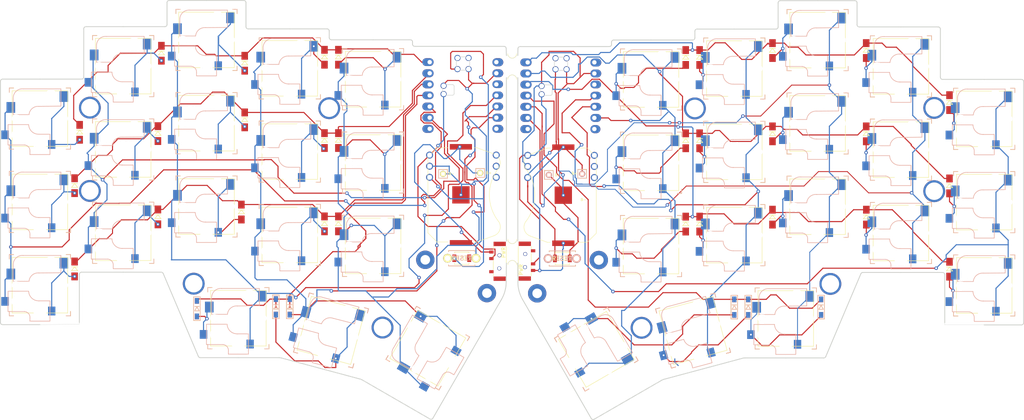
<source format=kicad_pcb>
(kicad_pcb (version 20221018) (generator pcbnew)
  (title_block (title "PUlSO split keyboard") (rev "0.2") (comment 1 "Made by IGOR"))
  (layers (0 "F.Cu" signal) (31 "B.Cu" signal) (34 "B.Paste" user) (35 "F.Paste" user) (36 "B.SilkS" user "B.Silkscreen") (37 "F.SilkS" user "F.Silkscreen") (38 "B.Mask" user) (39 "F.Mask" user) (44 "Edge.Cuts" user))
  (net 0 "")
  (net 1 "ROW0_L")
  (net 2 "Net-(DL1-Pad2)")
  (net 3 "Net-(DL2-Pad2)")
  (net 4 "Net-(DL3-Pad2)")
  (net 5 "Net-(DL4-Pad2)")
  (net 6 "Net-(DL5-Pad2)")
  (net 7 "ROW1_L")
  (net 8 "Net-(DL6-Pad2)")
  (net 9 "Net-(DL7-Pad2)")
  (net 10 "Net-(DL8-Pad2)")
  (net 11 "Net-(DL9-Pad2)")
  (net 12 "Net-(DL10-Pad2)")
  (net 13 "ROW2_L")
  (net 14 "Net-(DL11-Pad2)")
  (net 15 "Net-(DL12-Pad2)")
  (net 16 "Net-(DL13-Pad2)")
  (net 17 "Net-(DL14-Pad2)")
  (net 18 "Net-(DL15-Pad2)")
  (net 19 "ROW3_L")
  (net 20 "Net-(DL18-Pad2)")
  (net 21 "Net-(DL19-Pad2)")
  (net 22 "ROW0_R")
  (net 23 "Net-(DR1-Pad2)")
  (net 24 "Net-(DR2-Pad2)")
  (net 25 "Net-(DR3-Pad2)")
  (net 26 "Net-(DR4-Pad2)")
  (net 27 "Net-(DR5-Pad2)")
  (net 28 "ROW1_R")
  (net 29 "Net-(DR6-Pad2)")
  (net 30 "Net-(DR7-Pad2)")
  (net 31 "Net-(DR8-Pad2)")
  (net 32 "Net-(DR9-Pad2)")
  (net 33 "Net-(DR10-Pad2)")
  (net 34 "ROW2_R")
  (net 35 "Net-(DR11-Pad2)")
  (net 36 "Net-(DR12-Pad2)")
  (net 37 "Net-(DR13-Pad2)")
  (net 38 "Net-(DR14-Pad2)")
  (net 39 "Net-(DR15-Pad2)")
  (net 40 "ROW3_R")
  (net 41 "Net-(DR18-Pad2)")
  (net 42 "Net-(DR19-Pad2)")
  (net 43 "VBAT_L")
  (net 44 "VBAT_R")
  (net 46 "BAT+_L")
  (net 48 "RESET_L")
  (net 49 "GND_L")
  (net 50 "RESET_R")
  (net 51 "COL0_L")
  (net 52 "COL1_L")
  (net 53 "COL2_L")
  (net 54 "COL3_L")
  (net 55 "COL4_L")
  (net 56 "COL0_R")
  (net 57 "COL1_R")
  (net 58 "COL2_R")
  (net 59 "COL3_R")
  (net 60 "COL4_R")
  (net 61 "VCC_L")
  (net 64 "RX_L")
  (net 65 "TX_L")
  (net 69 "BAT+_R")
  (net 70 "RX_R")
  (net 71 "TX_R")
  (net 72 "VCC_R")
  (net 73 "GND_R")
  (net 74 "Net-(DL17-pad2)")
  (net 75 "Net-(DR17-Pad2)")
  (footprint "kbd:1pin_conn" (layer "F.Cu") (at 133.016347 82.336)
    (fp_text reference "Bat+r1" hide)
    (fp_text value "MountingHole_Pad" hide)
  )
  (footprint "Keyswitches by Daprice:Kailh_socket_MX_reversible_sameside" (layer "F.Cu") (at 256.775247 88.80275)
    (fp_text reference "SW14" hide)
    (fp_text value "SW_Push" hide)
  )
  (footprint "Keyswitches by Daprice:Kailh_socket_MX_reversible_sameside" (layer "F.Cu") (at 97.963347 58.198803)
    (fp_text reference "SW14" hide)
    (fp_text value "SW_Push" hide)
  )
  (footprint "TOTEMlib:Diode_SOD123" (layer "F.Cu") (at 188.512747 74.7715 -90)
    (fp_text reference "DR10" hide)
    (fp_text value "D_Small" hide)
  )
  (footprint "TOTEMlib:Diode_SOD123" (layer "F.Cu") (at 105.900847 74.717553 -90)
    (fp_text reference "DL9" hide)
    (fp_text value "D_Small" hide)
  )
  (footprint "kbd:D3_SMD" (layer "F.Cu") (at 97.963347 112.754053 -90)
    (fp_text reference "D18" hide)
    (fp_text value "D" hide)
  )
  (footprint "Keyswitches by Daprice:Kailh_socket_MX_reversible_sameside" (layer "F.Cu") (at 59.863347 76.748803)
    (fp_text reference "SW14" hide)
    (fp_text value "SW_Push" hide)
  )
  (footprint "kbd:M2_Hole_TH_Outside" (layer "F.Cu") (at 75.992347 107.451803)
    (fp_text reference "" hide)
    (fp_text value "M2_Hole_TH_Outside" hide)
  )
  (footprint "Keyswitches by Daprice:Kailh_socket_MX_reversible_sameside" (layer "F.Cu") (at 199.625247 96.35275)
    (fp_text reference "SW14" hide)
    (fp_text value "SW_Push" hide)
  )
  (footprint "Keyswitches by Daprice:Kailh_socket_MX_reversible_sameside" (layer "F.Cu") (at 237.725247 57.75275)
    (fp_text reference "SW14" hide)
    (fp_text value "SW_Push" hide)
  )
  (footprint "Keyswitches by Daprice:Kailh_socket_MX_reversible_sameside" (layer "F.Cu") (at 256.775247 107.85275)
    (fp_text reference "SW14" hide)
    (fp_text value "SW_Push" hide)
  )
  (footprint "TOTEMlib:Diode_SOD123" (layer "F.Cu") (at 208.356497 92.234 -90)
    (fp_text reference "DR13" hide)
    (fp_text value "D_Small" hide)
  )
  (footprint "TOTEMlib:xiao-ble-smd-cutout" (layer "F.Cu") (at 137.5811 64.40505)
    (fp_text reference "U2" hide)
    (fp_text value "xiao-ble" hide)
    (fp_line (start -4.699 -0.7488) (end -4.699 -1.7902) (stroke (width 0.12)) (layer "Edge.Cuts"))
    (fp_line (start -4.0132 -2.476) (end -2.413 -2.476) (stroke (width 0.12)) (layer "Edge.Cuts"))
    (fp_line (start -2.413 -0.063) (end -4.0132 -0.063) (stroke (width 0.12)) (layer "Edge.Cuts"))
    (fp_line (start -2.032 -2.095) (end -2.032 -0.444) (stroke (width 0.12)) (layer "Edge.Cuts"))
    (fp_line (start -1.524 -6.4638) (end -1.524 -8.1402) (stroke (width 0.12)) (layer "Edge.Cuts"))
    (fp_line (start -0.8382 -8.826) (end 0.8382 -8.826) (stroke (width 0.12)) (layer "Edge.Cuts"))
    (fp_line (start -0.8382 -5.778) (end 0.8382 -5.778) (stroke (width 0.12)) (layer "Edge.Cuts"))
    (fp_line (start 1.524 -6.4638) (end 1.524 -8.1402) (stroke (width 0.12)) (layer "Edge.Cuts"))
    (fp_arc (start -4.699 -0.7488) (mid -4.095391 -0.666609) (end -4.0132 -0.063) (stroke (width 0.12)) (layer "Edge.Cuts"))
    (fp_arc (start -4.0132 -2.476) (mid -4.095391 -1.872391) (end -4.699 -1.7902) (stroke (width 0.12)) (layer "Edge.Cuts"))
    (fp_arc (start -2.413 -2.476) (mid -2.143592 -2.364408) (end -2.032 -2.095) (stroke (width 0.12)) (layer "Edge.Cuts"))
    (fp_arc (start -2.032 -0.444) (mid -2.143592 -0.174592) (end -2.413 -0.063) (stroke (width 0.12)) (layer "Edge.Cuts"))
    (fp_arc (start -1.524 -6.4638) (mid -0.920391 -6.381609) (end -0.8382 -5.778) (stroke (width 0.12)) (layer "Edge.Cuts"))
    (fp_arc (start -0.8382 -8.826) (mid -0.920391 -8.222391) (end -1.524 -8.1402) (stroke (width 0.12)) (layer "Edge.Cuts"))
    (fp_arc (start 0.8382 -5.778) (mid 0.920391 -6.381609) (end 1.524 -6.4638) (stroke (width 0.12)) (layer "Edge.Cuts"))
    (fp_arc (start 1.524 -8.1402) (mid 0.920393 -8.222393) (end 0.8382 -8.826) (stroke (width 0.12)) (layer "Edge.Cuts"))
  )
  (footprint "TOTEMlib:Diode_SOD123" (layer "F.Cu") (at 229.787747 73.184 -90)
    (fp_text reference "DR7" hide)
    (fp_text value "D_Small" hide)
  )
  (footprint "Keyswitches by Daprice:Kailh_socket_MX_reversible_sameside" (layer "F.Cu") (at 107.397418 118.15105 -15)
    (fp_text reference "SW21" hide)
    (fp_text value "SW_Push" hide)
  )
  (footprint "Keyswitches by Daprice:Kailh_socket_MX_reversible_sameside" (layer "F.Cu") (at 199.625247 77.30275)
    (fp_text reference "SW14" hide)
    (fp_text value "SW_Push" hide)
  )
  (footprint "Keyswitches by Daprice:Kailh_socket_MX_reversible_sameside" (layer "F.Cu") (at 97.963347 77.248803)
    (fp_text reference "SW14" hide)
    (fp_text value "SW_Push" hide)
  )
  (footprint "TOTEMlib:Diode_SOD123" (layer "F.Cu") (at 188.512747 55.7215 -90)
    (fp_text reference "DR5" hide)
    (fp_text value "D_Small" hide)
  )
  (footprint "TOTEMlib:Diode_SOD123" (layer "F.Cu") (at 109.075847 55.667553 -90)
    (fp_text reference "DL5" hide)
    (fp_text value "D_Small" hide)
  )
  (footprint "TOTEMlib:MSK12C02" (layer "F.Cu") (at 147.269347 106.208803 180)
    (fp_text reference "PWR")
    (fp_text value "SW_SPDT" hide)
  )
  (footprint "Keyswitches by Daprice:Kailh_socket_MX_reversible_sameside" (layer "F.Cu") (at 59.863347 57.698803)
    (fp_text reference "SW14" hide)
    (fp_text value "SW_Push" hide)
  )
  (footprint "Duckyb-Parts:mouse-bite-5mm-slot-with-space-for-track" (layer "F.Cu") (at 148.854347 100.212)
    (fp_text reference "mouse-bite-2mm-slot2" hide)
    (fp_text value "VAL**" hide)
  )
  (footprint "TOTEMlib:Diode_SOD123" (layer "F.Cu") (at 208.356497 73.184 -90)
    (fp_text reference "DR8" hide)
    (fp_text value "D_Small" hide)
  )
  (footprint "Keyswitches by Daprice:Kailh_socket_MX_reversible_sameside" (layer "F.Cu") (at 218.675247 51.75275)
    (fp_text reference "SW14" hide)
    (fp_text value "SW_Push" hide)
  )
  (footprint "pierce:BatteryHolder_Keystone_3034_1x20mm" (layer "F.Cu") (at 137.096347 87.136 90)
    (fp_text reference "BT1" hide)
    (fp_text value "Device_Battery_Cell" hide)
  )
  (footprint "kbd:D3_SMD" (layer "F.Cu") (at 94.788347 112.754053 -90)
    (fp_text reference "D17" hide)
    (fp_text value "D" hide)
  )
  (footprint "TOTEMlib:MSK12C02" (layer "F.Cu") (at 150.407247 98.42375)
    (fp_text reference "PWR")
    (fp_text value "SW_SPDT" hide)
  )
  (footprint "Keyswitches by Daprice:Kailh_socket_MX_reversible_sameside" (layer "F.Cu") (at 218.675247 70.80275)
    (fp_text reference "SW14" hide)
    (fp_text value "SW_Push" hide)
  )
  (footprint "TOTEMlib:Diode_SOD123" (layer "F.Cu") (at 67.800847 73.130053 -90)
    (fp_text reference "DL7" hide)
    (fp_text value "D_Small" hide)
  )
  (footprint "TOTEMlib:Diode_SOD123" (layer "F.Cu") (at 87.652896 69.98828 -90)
    (fp_text reference "DL8" hide)
    (fp_text value "D_Small" hide)
  )
  (footprint "swoop:ProMicro_jumpers" (layer "F.Cu") (at 137.5561 69.155143)
    (fp_text reference "U1" hide)
    (fp_text value "ProMicro" hide)
  )
  (footprint "TOTEMlib:Diode_SOD123" (layer "F.Cu") (at 105.900847 93.767553 -90)
    (fp_text reference "DL14" hide)
    (fp_text value "D_Small" hide)
  )
  (footprint "TOTEMlib:Diode_SOD123" (layer "F.Cu") (at 188.512747 93.8215 -90)
    (fp_text reference "DR15" hide)
    (fp_text value "D_Small" hide)
  )
  (footprint "Keyswitches by Daprice:Kailh_socket_MX_reversible_sameside" (layer "F.Cu") (at 180.575247 79.80275)
    (fp_text reference "SW14" hide)
    (fp_text value "SW_Push" hide)
  )
  (footprint "kbd:SW_SPST_B3U-1000P" (layer "F.Cu") (at 160.294698 101.691227 180)
    (fp_text reference "RST_B" hide)
    (fp_text value "SW_Push")
  )
  (footprint "TOTEMlib:Diode_SOD123" (layer "F.Cu") (at 248.837747 85.09025 -90)
    (fp_text reference "DR6" hide)
    (fp_text value "D_Small" hide)
  )
  (footprint "TOTEMlib:Diode_SOD123" (layer "F.Cu") (at 229.818247 92.234 -90)
    (fp_text reference "DR12" hide)
    (fp_text value "D_Small" hide)
  )
  (footprint "Keyswitches by Daprice:Kailh_socket_MX_reversible_sameside" (layer "F.Cu") (at 97.963347 96.298803)
    (fp_text reference "SW14" hide)
    (fp_text value "SW_Push" hide)
  )
  (footprint "TOTEMlib:Diode_SOD123" (layer "F.Cu") (at 248.837747 66.04025 -90)
    (fp_text reference "DR1" hide)
    (fp_text value "D_Small" hide)
  )
  (footprint "TOTEMlib:Diode_SOD123" (layer "F.Cu") (at 67.800847 92.180053 -90)
    (fp_text reference "DL12" hide)
    (fp_text value "D_Small" hide)
  )
  (footprint "Keyswitches by Daprice:Kailh_socket_MX_reversible_sameside" (layer "F.Cu") (at 40.813347 88.748803)
    (fp_text reference "SW14" hide)
    (fp_text value "SW_Push" hide)
  )
  (footprint "kbd:M2_Hole_TH" (layer "F.Cu") (at 128.951347 101.990803)
    (fp_text reference "" hide)
    (fp_text value "M2_Hole_TH" hide)
  )
  (footprint "TOTEMlib:Diode_SOD123" (layer "F.Cu") (at 87.652896 57.03428 -90)
    (fp_text reference "DL3" hide)
    (fp_text value "D_Small" hide)
  )
  (footprint "Keyswitches by Daprice:Kailh_socket_MX_reversible_sameside" (layer "F.Cu") (at 180.575247 60.75275)
    (fp_text reference "SW14" hide)
    (fp_text value "SW_Push" hide)
  )
  (footprint "Duckyb-Parts:mouse-bite-5mm-slot-with-space-for-track" (layer "F.Cu") (at 148.829347 57.787)
    (fp_text reference "mouse-bite-2mm-slot2" hide)
    (fp_text value "VAL**" hide)
  )
  (footprint "kbd:SW_SPST_B3U-1000P" (layer "F.Cu") (at 137.293896 101.63728 180)
    (fp_text reference "RST_B" hide)
    (fp_text value "SW_Push")
  )
  (footprint "kbd:M2_Hole_TH_Outside" (layer "F.Cu") (at 52.243347 67.192803)
    (fp_text reference "" hide)
    (fp_text value "M2_Hole_TH_Outside" hide)
  )
  (footprint "kbd:D3_SMD" (layer "F.Cu") (at 76.730896 113.154053 -90)
    (fp_text reference "D16" hide)
    (fp_text value "D" hide)
  )
  (footprint "Keyswitches by Daprice:Kailh_socket_MX_reversible_sameside" (layer "F.Cu") (at 237.725247 76.80275)
    (fp_text reference "SW14" hide)
    (fp_text value "SW_Push" hide)
  )
  (footprint "Keyswitches by Daprice:Kailh_socket_MX_reversible_sameside" (layer "F.Cu") (at 40.813347 107.798803)
    (fp_text reference "SW14" hide)
    (fp_text value "SW_Push" hide)
  )
  (footprint "TOTEMlib:Diode_SOD123" (layer "F.Cu") (at 86.890896 91.07028 -90)
    (fp_text reference "DL13" hide)
    (fp_text value "D_Small" hide)
  )
  (footprint "TOTEMlib:Diode_SOD123" (layer "F.Cu") (at 248.837747 104.14025 -90)
    (fp_text reference "DR11" hide)
    (fp_text value "D_Small" hide)
  )
  (footprint "TOTEMlib:Diode_SOD123" (layer "F.Cu") (at 49.902896 72.83228 -90)
    (fp_text reference "DL1" hide)
    (fp_text value "D_Small" hide)
  )
  (footprint "kbd:M2_Hole_TH_Outside" (layer "F.Cu") (at 106.980347 67.319803)
    (fp_text reference "" hide)
    (fp_text value "M2_Hole_TH_Outside" hide)
  )
  (footprint "Keyswitches by Daprice:Kailh_socket_MX_reversible_sameside" (layer "F.Cu") (at 117.013347 98.798803)
    (fp_text reference "SW14" hide)
    (fp_text value "SW_Push" hide)
  )
  (footprint "swoop:ProMicro_jumpers" (layer "F.Cu") (at 159.995 69.20909)
    (fp_text reference "U1" hide)
    (fp_text value "ProMicro" hide)
  )
  (footprint "Keyswitches by Daprice:Kailh_socket_MX_reversible_sameside" (layer "F.Cu") (at 78.913347 89.798803)
    (fp_text reference "SW14" hide)
    (fp_text value "SW_Push" hide)
  )
  (footprint "Keyswitches by Daprice:Kailh_socket_MX_reversible_sameside" (layer "F.Cu") (at 180.575247 98.85275)
    (fp_text reference "SW14" hide)
    (fp_text value "SW_Push" hide)
  )
  (footprint "Keyswitches by Daprice:Kailh_socket_MX_reversible_sameside" (layer "F.Cu") (at 211.389247 115.40275)
    (fp_text reference "SW14" hide)
    (fp_text value "SW_Push" hide)
  )
  (footprint "Keyswitches by Daprice:Kailh_socket_MX_reversible_sameside" (layer "F.Cu") (at 237.725247 95.86275)
    (fp_text reference "SW14" hide)
    (fp_text value "SW_Push" hide)
  )
  (footprint "Keyswitches by Daprice:Kailh_socket_MX_reversible_sameside" (layer "F.Cu") (at 59.863347 95.808803)
    (fp_text reference "SW14" hide)
    (fp_text value "SW_Push" hide)
  )
  (footprint "Keyswitches by Daprice:Kailh_socket_MX_reversible_sameside" (layer "F.Cu") (at 86.199347 115.348803)
    (fp_text reference "SW14" hide)
    (fp_text value "SW_Push" hide)
  )
  (footprint "Keyswitches by Daprice:Kailh_socket_MX_reversible_sameside" (layer "F.Cu") (at 78.913347 70.748803)
    (fp_text reference "SW14" hide)
    (fp_text value "SW_Push" hide)
  )
  (footprint "TOTEMlib:Diode_SOD123" (layer "F.Cu") (at 68.602896 54.74828 -90)
    (fp_text reference "DL2" hide)
    (fp_text value "D_Small" hide)
  )
  (footprint "kbd:M2_Hole_TH_Outside" (layer "F.Cu") (at 119.172347 117.484803)
    (fp_text reference "" hide)
    (fp_text value "M2_Hole_TH_Outside" hide)
  )
  (footprint "Keyswitches by Daprice:Kailh_socket_MX_reversible_sameside" (layer "F.Cu") (at 199.625247 58.25275)
    (fp_text reference "SW14" hide)
    (fp_text value "SW_Push" hide)
  )
  (footprint "Keyswitches by Daprice:Kailh_socket_MX_reversible_sameside" (layer "F.Cu") (at 129.517347 122.193803 60)
    (fp_text reference "SW20" hide)
    (fp_text value "SW_Push" hide)
  )
  (footprint "TOTEMlib:Diode_SOD123" (layer "F.Cu") (at 109.075847 74.717553 -90)
    (fp_text reference "DL10" hide)
    (fp_text value "D_Small" hide)
  )
  (footprint "TOTEMlib:Diode_SOD123" (layer "F.Cu") (at 109.075847 93.767553 -90)
    (fp_text reference "DL15" hide)
    (fp_text value "D_Small" hide)
  )
  (footprint "kbd:M2_Hole_TH" (layer "F.Cu") (at 143.048347 109.610803)
    (fp_text reference "" hide)
    (fp_text value "M2_Hole_TH" hide)
  )
  (footprint "Keyswitches by Daprice:Kailh_socket_MX_reversible_sameside" (layer "F.Cu") (at 117.013347 60.698803)
    (fp_text reference "SW14" hide)
    (fp_text value "SW_Push" hide)
  )
  (footprint "pierce:BatteryHolder_Keystone_3034_1x20mm" (layer "F.Cu") (at 160.516347 87.216 -90)
    (fp_text reference "BT1" hide)
    (fp_text value "Device_Battery_Cell" hide)
  )
  (footprint "Keyswitches by Daprice:Kailh_socket_MX_reversible_sameside" (layer "F.Cu") (at 117.013347 79.748803)
    (fp_text reference "SW14" hide)
    (fp_text value "SW_Push" hide)
  )
  (footprint "Keyswitches by Daprice:Kailh_socket_MX_reversible_sameside" (layer "F.Cu") (at 40.813347 69.698803)
    (fp_text reference "SW14" hide)
    (fp_text value "SW_Push" hide)
  )
  (footprint "TOTEMlib:Diode_SOD123" (layer "F.Cu") (at 48.750847 85.036303 -90)
    (fp_text reference "DL6" hide)
    (fp_text value "D_Small" hide)
  )
  (footprint "TOTEMlib:Diode_SOD123" (layer "F.Cu") (at 208.356497 54.134 -90)
    (fp_text reference "DR3" hide)
    (fp_text value "D_Small" hide)
  )
  (footprint "TOTEMlib:Diode_SOD123" (layer "F.Cu") (at 191.687747 93.8215 -90)
    (fp_text reference "DR14" hide)
    (fp_text value "D_Small" hide)
  )
  (footprint "Keyswitches by Daprice:Kailh_socket_MX_reversible_sameside" (layer "F.Cu") (at 78.913347 51.698803)
    (fp_text reference "SW14" hide)
    (fp_text value "SW_Push" hide)
  )
  (footprint "TOTEMlib:Diode_SOD123" (layer "F.Cu") (at 105.900847 55.667553 -90)
    (fp_text reference "DL4" hide)
    (fp_text value "D_Small" hide)
  )
  (footprint "kbd:M2_Hole_TH_Outside" (layer "F.Cu") (at 52.243347 86.242803)
    (fp_text reference "" hide)
    (fp_text value "M2_Hole_TH_Outside" hide)
  )
  (footprint "Keyswitches by Daprice:Kailh_socket_MX_reversible_sameside" (layer "F.Cu") (at 256.775247 69.75275)
    (fp_text reference "SW14" hide)
    (fp_text value "SW_Push" hide)
  )
  (footprint "kbd:1pin_conn" (layer "F.Cu") (at 141.496347 82.126)
    (fp_text reference "BatGND1" hide)
    (fp_text value "MountingHole_Pad" hide)
  )
  (footprint "TOTEMlib:Diode_SOD123" (layer "F.Cu") (at 191.687747 55.7215 -90)
    (fp_text reference "DR4" hide)
    (fp_text value "D_Small" hide)
  )
  (footprint "TOTEMlib:Diode_SOD123" (layer "F.Cu") (at 229.787747 54.134 -90)
    (fp_text reference "DR2" hide)
    (fp_text value "D_Small" hide)
  )
  (footprint "TOTEMlib:xiao-ble-smd-cutout" (layer "F.Cu") (at 159.995 64.458997)
    (fp_text reference "U2" hide)
    (fp_text value "xiao-ble" hide)
    (fp_line (start -4.699 -0.7488) (end -4.699 -1.7902) (stroke (width 0.12)) (layer "Edge.Cuts"))
    (fp_line (start -4.0132 -2.476) (end -2.413 -2.476) (stroke (width 0.12)) (layer "Edge.Cuts"))
    (fp_line (start -2.413 -0.063) (end -4.0132 -0.063) (stroke (width 0.12)) (layer "Edge.Cuts"))
    (fp_line (start -2.032 -2.095) (end -2.032 -0.444) (stroke (width 0.12)) (layer "Edge.Cuts"))
    (fp_line (start -1.524 -6.4638) (end -1.524 -8.1402) (stroke (width 0.12)) (layer "Edge.Cuts"))
    (fp_line (start -0.8382 -8.826) (end 0.8382 -8.826) (stroke (width 0.12)) (layer "Edge.Cuts"))
    (fp_line (start -0.8382 -5.778) (end 0.8382 -5.778) (stroke (width 0.12)) (layer "Edge.Cuts"))
    (fp_line (start 1.524 -6.4638) (end 1.524 -8.1402) (stroke (width 0.12)) (layer "Edge.Cuts"))
    (fp_arc (start -4.699 -0.7488) (mid -4.095391 -0.666609) (end -4.0132 -0.063) (stroke (width 0.12)) (layer "Edge.Cuts"))
    (fp_arc (start -4.0132 -2.476) (mid -4.095391 -1.872391) (end -4.699 -1.7902) (stroke (width 0.12)) (layer "Edge.Cuts"))
    (fp_arc (start -2.413 -2.476) (mid -2.143592 -2.364408) (end -2.032 -2.095) (stroke (width 0.12)) (layer "Edge.Cuts"))
    (fp_arc (start -2.032 -0.444) (mid -2.143592 -0.174592) (end -2.413 -0.063) (stroke (width 0.12)) (layer "Edge.Cuts"))
    (fp_arc (start -1.524 -6.4638) (mid -0.920391 -6.381609) (end -0.8382 -5.778) (stroke (width 0.12)) (layer "Edge.Cuts"))
    (fp_arc (start -0.8382 -8.826) (mid -0.920391 -8.222391) (end -1.524 -8.1402) (stroke (width 0.12)) (layer "Edge.Cuts"))
    (fp_arc (start 0.8382 -5.778) (mid 0.920391 -6.381609) (end 1.524 -6.4638) (stroke (width 0.12)) (layer "Edge.Cuts"))
    (fp_arc (start 1.524 -8.1402) (mid 0.920393 -8.222393) (end 0.8382 -8.826) (stroke (width 0.12)) (layer "Edge.Cuts"))
  )
  (footprint "TOTEMlib:Diode_SOD123" (layer "F.Cu") (at 48.750847 104.086303 -90)
    (fp_text reference "DL11" hide)
    (fp_text value "D_Small" hide)
  )
  (footprint "TOTEMlib:Diode_SOD123" (layer "F.Cu") (at 191.687747 74.7715 -90)
    (fp_text reference "DR9" hide)
    (fp_text value "D_Small" hide)
  )
  (footprint "kbd:ResetSW" (layer "F.Cu") (at 137.293896 101.63728)
    (fp_text reference "RSW1" hide)
    (fp_text value "SW_PUSH" hide)
  )
  (footprint "Keyswitches by Daprice:Kailh_socket_MX_reversible_sameside" (layer "F.Cu") (at 218.675247 89.85275)
    (fp_text reference "SW14" hide)
    (fp_text value "SW_Push" hide)
  )
  (footprint "kbd:D3_SMD" (layer "B.Cu") (at 202.800247 112.808 -90)
    (fp_text reference "D17" hide)
    (fp_text value "D" hide)
  )
  (footprint "kbd:M2_Hole_TH_Outside" (layer "B.Cu") (at 190.608247 67.37375 180)
    (fp_text reference "" hide)
    (fp_text value "M2_Hole_TH_Outside" hide)
  )
  (footprint "kbd:M2_Hole_TH_Outside" (layer "B.Cu") (at 245.345247 67.24675 180)
    (fp_text reference "" hide)
    (fp_text value "M2_Hole_TH_Outside" hide)
  )
  (footprint "Keyswitches by Daprice:Kailh_socket_MX_reversible_sameside" (layer "B.Cu") (at 190.198247 118.19275 -165)
    (fp_text reference "SW21" hide)
    (fp_text value "SW_Push" hide)
  )
  (footprint "kbd:D3_SMD" (layer "B.Cu") (at 199.625247 112.808 -90)
    (fp_text reference "D18" hide)
    (fp_text value "D" hide)
  )
  (footprint "kbd:M2_Hole_TH_Outside" (layer "B.Cu") (at 245.345247 86.29675 180)
    (fp_text reference "" hide)
    (fp_text value "M2_Hole_TH_Outside" hide)
  )
  (footprint "kbd:1pin_conn" (layer "B.Cu") (at 164.826347 82.336 180)
    (fp_text reference "BatGND1" hide)
    (fp_text value "MountingHole_Pad" hide)
  )
  (footprint "Keyswitches by Daprice:Kailh_socket_MX_reversible_sameside" (layer "B.Cu") (at 168.058952 122.468194 120)
    (fp_text reference "SW20" hide)
    (fp_text value "SW_Push" hide)
  )
  (footprint "kbd:1pin_conn" (layer "B.Cu") (at 157.216347 82.576 180)
    (fp_text reference "Bat+r1" hide)
    (fp_text value "MountingHole_Pad" hide)
  )
  (footprint "kbd:M2_Hole_TH_Outside" (layer "B.Cu") (at 178.416247 117.53875 180)
    (fp_text reference "" hide)
    (fp_text value "M2_Hole_TH_Outside" hide)
  )
  (footprint "kbd:M2_Hole_TH" (layer "B.Cu") (at 168.637247 102.04475 180)
    (fp_text reference "" hide)
    (fp_text value "M2_Hole_TH" hide)
  )
  (footprint "kbd:M2_Hole_TH_Outside" (layer "B.Cu") (at 221.596247 107.50575 180)
    (fp_text reference "" hide)
    (fp_text value "M2_Hole_TH_Outside" hide)
  )
  (footprint "kbd:ResetSW" (layer "B.Cu") (at 160.294698 101.691227 180)
    (fp_text reference "RSW1" hide)
    (fp_text value "SW_PUSH" hide)
  )
  (footprint "kbd:D3_SMD" (layer "B.Cu") (at 219.468997 112.808 -90)
    (fp_text reference "D16" hide)
    (fp_text value "D" hide)
  )
  (footprint "kbd:M2_Hole_TH" (layer "B.Cu") (at 154.540247 109.66475 180)
    (fp_text reference "" hide)
    (fp_text value "M2_Hole_TH" hide)
  )
  (gr_line (start 68.557208 104.823802) (end 59.863347 104.823802) (stroke (width 0.2)) (layer "Edge.Cuts"))
  (gr_arc (start 247.250247 104.877749) (mid 247.603819 105.024193) (end 247.750246 105.37775) (stroke (width 0.2)) (layer "Edge.Cuts"))
  (gr_line (start 210.150247 42.72775) (end 218.675247 42.72775) (stroke (width 0.2)) (layer "Edge.Cuts"))
  (gr_arc (start 95.526759 124.373803) (mid 95.787812 124.390907) (end 96.044397 124.441951) (stroke (width 0.2)) (layer "Edge.Cuts"))
  (gr_line (start 51.338347 48.673803) (end 59.863347 48.673803) (stroke (width 0.2)) (layer "Edge.Cuts"))
  (gr_line (start 211.389356 124.42775) (end 202.061835 124.42775) (stroke (width 0.2)) (layer "Edge.Cuts"))
  (gr_line (start 70.388347 42.673803) (end 78.913347 42.673803) (stroke (width 0.2)) (layer "Edge.Cuts"))
  (gr_line (start 150.632193 53.229947) (end 171.050197 53.22775) (stroke (width 0.2)) (layer "Edge.Cuts"))
  (gr_line (start 117.013347 51.673803) (end 125.538347 51.673803) (stroke (width 0.2)) (layer "Edge.Cuts"))
  (gr_arc (start 125.538347 51.673803) (mid 125.89187 51.820279) (end 126.038347 52.173803) (stroke (width 0.2)) (layer "Edge.Cuts"))
  (gr_arc (start 171.550247 52.22775) (mid 171.696705 51.874194) (end 172.050247 51.72775) (stroke (width 0.2)) (layer "Edge.Cuts"))
  (gr_line (start 180.575247 51.72775) (end 190.100247 51.72775) (stroke (width 0.2)) (layer "Edge.Cuts"))
  (gr_line (start 78.913347 42.673803) (end 87.438347 42.673803) (stroke (width 0.2)) (layer "Edge.Cuts"))
  (gr_arc (start 150.132247 53.729947) (mid 150.278693 53.376447) (end 150.632193 53.229947) (stroke (width 0.2)) (layer "Edge.Cuts"))
  (gr_line (start 86.199238 124.373803) (end 77.505378 124.373803) (stroke (width 0.2)) (layer "Edge.Cuts"))
  (gr_line (start 88.438347 49.173803) (end 97.963347 49.173803) (stroke (width 0.2)) (layer "Edge.Cuts"))
  (gr_line (start 69.888347 48.173803) (end 69.888347 43.173803) (stroke (width 0.2)) (layer "Edge.Cuts"))
  (gr_line (start 40.813347 116.823803) (end 32.288347 116.823803) (stroke (width 0.2)) (layer "Edge.Cuts"))
  (gr_line (start 31.788347 116.323803) (end 31.788347 61.173804) (stroke (width 0.2)) (layer "Edge.Cuts"))
  (gr_arc (start 106.488347 49.173803) (mid 106.84187 49.320279) (end 106.988347 49.673803) (stroke (width 0.2)) (layer "Edge.Cuts"))
  (gr_arc (start 68.557207 104.823803) (mid 68.833305 104.90692) (end 69.017567 105.128688) (stroke (width 0.2)) (layer "Edge.Cuts"))
  (gr_line (start 237.725247 104.877749) (end 229.031386 104.877749) (stroke (width 0.2)) (layer "Edge.Cuts"))
  (gr_line (start 247.750246 116.37775) (end 247.750246 105.377749) (stroke (width 0.2)) (layer "Edge.Cuts"))
  (gr_line (start 147.501097 97.676873) (end 147.501097 60.337) (stroke (width 0.2)) (layer "Edge.Cuts"))
  (gr_line (start 247.774247 116.87775) (end 256.775247 116.87775) (stroke (width 0.05)) (layer "Edge.Cuts"))
  (gr_line (start 246.750247 49.22775) (end 246.750247 60.22775) (stroke (width 0.2)) (layer "Edge.Cuts"))
  (gr_line (start 190.600247 51.22775) (end 190.600247 49.72775) (stroke (width 0.2)) (layer "Edge.Cuts"))
  (gr_line (start 237.725247 48.72775) (end 246.250247 48.72775) (stroke (width 0.2)) (layer "Edge.Cuts"))
  (gr_arc (start 265.800247 116.37775) (mid 265.653789 116.731306) (end 265.300247 116.87775) (stroke (width 0.2)) (layer "Edge.Cuts"))
  (gr_line (start 97.963347 49.173803) (end 106.488347 49.173803) (stroke (width 0.2)) (layer "Edge.Cuts"))
  (gr_line (start 105.054091 126.856091) (end 96.044397 124.441951) (stroke (width 0.2)) (layer "Edge.Cuts"))
  (gr_line (start 95.526759 124.373803) (end 86.199238 124.373803) (stroke (width 0.2)) (layer "Edge.Cuts"))
  (gr_line (start 49.838348 105.323802) (end 49.838348 116.323803) (stroke (width 0.2)) (layer "Edge.Cuts"))
  (gr_arc (start 147.456348 107.02934) (mid 147.183745 109.099888) (end 146.384551 111.02934) (stroke (width 0.2)) (layer "Edge.Cuts"))
  (gr_arc (start 50.838347 49.173803) (mid 50.984793 48.820248) (end 51.338347 48.673803) (stroke (width 0.2)) (layer "Edge.Cuts"))
  (gr_line (start 247.750246 116.37775) (end 247.774247 116.87775) (stroke (width 0.05)) (layer "Edge.Cuts"))
  (gr_line (start 150.113097 55.257) (end 149.795597 55.257) (stroke (width 0.05)) (layer "Edge.Cuts"))
  (gr_arc (start 32.288347 116.823803) (mid 31.934822 116.677327) (end 31.788347 116.323803) (stroke (width 0.2)) (layer "Edge.Cuts"))
  (gr_arc (start 209.650247 48.72775) (mid 209.503812 49.0813) (end 209.150248 49.227749) (stroke (width 0.2)) (layer "Edge.Cuts"))
  (gr_line (start 150.113097 102.756873) (end 150.132246 107.083287) (stroke (width 0.2)) (layer "Edge.Cuts"))
  (gr_arc (start 228.571027 105.182635) (mid 228.755299 104.960876) (end 229.031387 104.87775) (stroke (width 0.2)) (layer "Edge.Cuts"))
  (gr_line (start 150.113097 102.756873) (end 149.795597 102.756873) (stroke (width 0.05)) (layer "Edge.Cuts"))
  (gr_line (start 147.890597 97.676873) (end 147.501097 97.676873) (stroke (width 0.05)) (layer "Edge.Cuts"))
  (gr_line (start 150.113097 55.257) (end 150.132247 53.729947) (stroke (width 0.2)) (layer "Edge.Cuts"))
  (gr_line (start 247.250247 60.72775) (end 256.775247 60.72775) (stroke (width 0.2)) (layer "Edge.Cuts"))
  (gr_arc (start 149.795596 55.257) (mid 148.843128 55.901764) (end 147.890598 55.256999) (stroke (width 0.05)) (layer "Edge.Cuts"))
  (gr_line (start 126.538397 53.173803) (end 146.956401 53.176) (stroke (width 0.2)) (layer "Edge.Cuts"))
  (gr_line (start 191.100247 49.22775) (end 199.625247 49.22775) (stroke (width 0.2)) (layer "Edge.Cuts"))
  (gr_line (start 166.898698 138.267227) (end 151.204043 111.083287) (stroke (width 0.2)) (layer "Edge.Cuts"))
  (gr_arc (start 246.250247 48.72775) (mid 246.603783 48.8742) (end 246.750247 49.22775) (stroke (width 0.2)) (layer "Edge.Cuts"))
  (gr_arc (start 49.838348 105.323803) (mid 49.984793 104.970248) (end 50.338347 104.823802) (stroke (width 0.2)) (layer "Edge.Cuts"))
  (gr_line (start 147.501097 102.756873) (end 147.456348 107.02934) (stroke (width 0.2)) (layer "Edge.Cuts"))
  (gr_arc (start 87.438347 42.673803) (mid 87.79187 42.820279) (end 87.938347 43.173803) (stroke (width 0.2)) (layer "Edge.Cuts"))
  (gr_line (start 183.042448 129.523979) (end 167.581711 138.45024) (stroke (width 0.2)) (layer "Edge.Cuts"))
  (gr_arc (start 190.600247 49.72775) (mid 190.746705 49.374194) (end 191.100247 49.22775) (stroke (width 0.2)) (layer "Edge.Cuts"))
  (gr_line (start 220.083216 124.42775) (end 211.389356 124.42775) (stroke (width 0.2)) (layer "Edge.Cuts"))
  (gr_arc (start 31.788347 61.173803) (mid 31.934793 60.820248) (end 32.288347 60.673803) (stroke (width 0.2)) (layer "Edge.Cuts"))
  (gr_line (start 172.050247 51.72775) (end 180.575247 51.72775) (stroke (width 0.2)) (layer "Edge.Cuts"))
  (gr_line (start 147.501097 55.257) (end 147.456347 53.676) (stroke (width 0.2)) (layer "Edge.Cuts"))
  (gr_line (start 107.488347 51.673803) (end 117.013347 51.673803) (stroke (width 0.2)) (layer "Edge.Cuts"))
  (gr_line (start 106.988347 49.673803) (end 106.988347 51.173803) (stroke (width 0.2)) (layer "Edge.Cuts"))
  (gr_arc (start 228.200246 48.72775) (mid 227.846711 48.5813) (end 227.700246 48.22775) (stroke (width 0.2)) (layer "Edge.Cuts"))
  (gr_arc (start 151.204043 111.083287) (mid 150.404853 109.153837) (end 150.132246 107.083287) (stroke (width 0.2)) (layer "Edge.Cuts"))
  (gr_arc (start 147.890598 102.756873) (mid 148.843066 102.112126) (end 149.795596 102.756874) (stroke (width 0.05)) (layer "Edge.Cuts"))
  (gr_line (start 147.890597 55.257) (end 147.501097 55.257) (stroke (width 0.05)) (layer "Edge.Cuts"))
  (gr_line (start 228.200246 48.72775) (end 237.725247 48.72775) (stroke (width 0.2)) (layer "Edge.Cuts"))
  (gr_line (start 32.288347 60.673803) (end 40.813347 60.673803) (stroke (width 0.2)) (layer "Edge.Cuts"))
  (gr_line (start 147.890597 102.756873) (end 147.501097 102.756873) (stroke (width 0.05)) (layer "Edge.Cuts"))
  (gr_line (start 201.544197 124.495898) (end 192.534503 126.910038) (stroke (width 0.2)) (layer "Edge.Cuts"))
  (gr_arc (start 107.488347 51.673803) (mid 107.134822 51.527327) (end 106.988347 51.173803) (stroke (width 0.2)) (layer "Edge.Cuts"))
  (gr_arc (start 201.544197 124.495898) (mid 201.800783 124.444862) (end 202.061835 124.42775) (stroke (width 0.2)) (layer "Edge.Cuts"))
  (gr_line (start 228.571027 105.182635) (end 220.543575 124.122864) (stroke (width 0.2)) (layer "Edge.Cuts"))
  (gr_line (start 227.700247 43.22775) (end 227.700247 48.22775) (stroke (width 0.2)) (layer "Edge.Cuts"))
  (gr_arc (start 114.063784 129.270231) (mid 114.31151 129.35433) (end 114.546146 129.470032) (stroke (width 0.2)) (layer "Edge.Cuts"))
  (gr_line (start 130.006883 138.396293) (end 114.546146 129.470032) (stroke (width 0.2)) (layer "Edge.Cuts"))
  (gr_arc (start 209.650247 43.22775) (mid 209.796705 42.874194) (end 210.150247 42.72775) (stroke (width 0.2)) (layer "Edge.Cuts"))
  (gr_arc (start 126.538397 53.173803) (mid 126.18484 53.027345) (end 126.038347 52.673803) (stroke (width 0.2)) (layer "Edge.Cuts"))
  (gr_line (start 50.838347 60.173803) (end 50.838347 49.173803) (stroke (width 0.2)) (layer "Edge.Cuts"))
  (gr_line (start 247.250247 104.877749) (end 237.725247 104.877749) (stroke (width 0.2)) (layer "Edge.Cuts"))
  (gr_line (start 40.813347 116.823803) (end 49.806896 116.72428) (stroke (width 0.05)) (layer "Edge.Cuts"))
  (gr_arc (start 247.250247 60.72775) (mid 246.896676 60.581307) (end 246.750248 60.227751) (stroke (width 0.2)) (layer "Edge.Cuts"))
  (gr_arc (start 146.956401 53.176) (mid 147.309861 53.322524) (end 147.456347 53.676) (stroke (width 0.2)) (layer "Edge.Cuts"))
  (gr_arc (start 171.550247 52.72775) (mid 171.403794 53.081318) (end 171.050197 53.22775) (stroke (width 0.2)) (layer "Edge.Cuts"))
  (gr_line (start 40.813347 60.673803) (end 50.338347 60.673803) (stroke (width 0.2)) (layer "Edge.Cuts"))
  (gr_line (start 87.938347 43.173803) (end 87.938347 48.673803) (stroke (width 0.2)) (layer "Edge.Cuts"))
  (gr_arc (start 50.838346 60.173804) (mid 50.691898 60.527354) (end 50.338347 60.673803) (stroke (width 0.2)) (layer "Edge.Cuts"))
  (gr_line (start 150.113097 97.676873) (end 149.795597 97.676873) (stroke (width 0.05)) (layer "Edge.Cuts"))
  (gr_line (start 150.113097 60.337) (end 150.113097 97.676873) (stroke (width 0.2)) (layer "Edge.Cuts"))
  (gr_line (start 192.534503 126.910038) (end 183.52481 129.324178) (stroke (width 0.2)) (layer "Edge.Cuts"))
  (gr_arc (start 220.543575 124.122864) (mid 220.359279 124.344581) (end 220.083216 124.42775) (stroke (width 0.2)) (layer "Edge.Cuts"))
  (gr_arc (start 77.505378 124.373803) (mid 77.229307 124.290653) (end 77.045019 124.068917) (stroke (width 0.2)) (layer "Edge.Cuts"))
  (gr_line (start 114.063784 129.270231) (end 105.054091 126.856091) (stroke (width 0.2)) (layer "Edge.Cuts"))
  (gr_line (start 59.863347 48.673803) (end 69.388348 48.673803) (stroke (width 0.2)) (layer "Edge.Cuts"))
  (gr_line (start 59.863347 104.823802) (end 50.338347 104.823802) (stroke (width 0.2)) (layer "Edge.Cuts"))
  (gr_arc (start 69.888347 43.173803) (mid 70.034793 42.820248) (end 70.388347 42.673803) (stroke (width 0.2)) (layer "Edge.Cuts"))
  (gr_line (start 171.550247 52.72775) (end 171.550247 52.22775) (stroke (width 0.2)) (layer "Edge.Cuts"))
  (gr_line (start 146.384551 111.02934) (end 130.689896 138.21328) (stroke (width 0.2)) (layer "Edge.Cuts"))
  (gr_arc (start 183.042448 129.523979) (mid 183.277083 129.408274) (end 183.52481 129.324178) (stroke (width 0.2)) (layer "Edge.Cuts"))
  (gr_arc (start 147.890598 60.337) (mid 148.843066 59.692236) (end 149.795596 60.337001) (stroke (width 0.05)) (layer "Edge.Cuts"))
  (gr_arc (start 130.689896 138.21328) (mid 130.386285 138.446229) (end 130.006883 138.396293) (stroke (width 0.2)) (layer "Edge.Cuts"))
  (gr_line (start 256.775247 60.72775) (end 265.300247 60.72775) (stroke (width 0.2)) (layer "Edge.Cuts"))
  (gr_line (start 265.300247 116.87775) (end 256.775247 116.87775) (stroke (width 0.2)) (layer "Edge.Cuts"))
  (gr_arc (start 149.795596 97.676873) (mid 148.843128 98.321654) (end 147.890598 97.676872) (stroke (width 0.05)) (layer "Edge.Cuts"))
  (gr_line (start 199.625247 49.22775) (end 209.150247 49.22775) (stroke (width 0.2)) (layer "Edge.Cuts"))
  (gr_arc (start 88.438346 49.173802) (mid 88.084764 49.027385) (end 87.938347 48.673803) (stroke (width 0.2)) (layer "Edge.Cuts"))
  (gr_line (start 126.038347 52.173803) (end 126.038347 52.673803) (stroke (width 0.2)) (layer "Edge.Cuts"))
  (gr_line (start 265.800247 61.227751) (end 265.800247 116.37775) (stroke (width 0.2)) (layer "Edge.Cuts"))
  (gr_arc (start 227.200247 42.72775) (mid 227.553783 42.8742) (end 227.700247 43.22775) (stroke (width 0.2)) (layer "Edge.Cuts"))
  (gr_line (start 209.650247 48.72775) (end 209.650247 43.22775) (stroke (width 0.2)) (layer "Edge.Cuts"))
  (gr_line (start 150.113097 60.337) (end 149.795597 60.337) (stroke (width 0.05)) (layer "Edge.Cuts"))
  (gr_line (start 49.806896 116.72428) (end 49.838348 116.323803) (stroke (width 0.05)) (layer "Edge.Cuts"))
  (gr_line (start 218.675247 42.72775) (end 227.200247 42.72775) (stroke (width 0.2)) (layer "Edge.Cuts"))
  (gr_arc (start 167.581711 138.45024) (mid 167.202312 138.500152) (end 166.898698 138.267227) (stroke (width 0.2)) (layer "Edge.Cuts"))
  (gr_arc (start 69.888348 48.173803) (mid 69.7419 48.527355) (end 69.388348 48.673803) (stroke (width 0.2)) (layer "Edge.Cuts"))
  (gr_line (start 77.045019 124.068917) (end 69.017567 105.128688) (stroke (width 0.2)) (layer "Edge.Cuts"))
  (gr_arc (start 265.300247 60.72775) (mid 265.653783 60.8742) (end 265.800247 61.22775) (stroke (width 0.2)) (layer "Edge.Cuts"))
  (gr_line (start 147.890597 60.337) (end 147.501097 60.337) (stroke (width 0.05)) (layer "Edge.Cuts"))
  (gr_arc (start 190.600247 51.22775) (mid 190.453789 51.581306) (end 190.100247 51.72775) (stroke (width 0.2)) (layer "Edge.Cuts"))
  (gr_text "B+" (at 143.47157 82.103803) (layer "F.SilkS") (effects (font (size 0.6 0.6) (thickness 0.1))))
  (gr_text "B-" (at 134.936347 82.306) (layer "F.SilkS") (effects (font (size 0.6 0.6) (thickness 0.1))))
  (gr_text "B-" (at 165.120698 88.229227) (layer "F.SilkS") (effects (font (size 0.6 0.6) (thickness 0.1))))
  (gr_text "B-" (at 159.241347 82.576) (layer "F.SilkS") (effects (font (size 0.6 0.6) (thickness 0.1))))
  (gr_text "B+" (at 163.051347 82.236) (layer "F.SilkS") (effects (font (size 0.6 0.6) (thickness 0.1))))
  (segment (start 186.017623 124.613559) (end 186.017623 125.394126) (width 0.254) (layer "B.Cu") (net 0))
  (segment (start 186.017623 125.394126) (end 186.798247 126.17475) (width 0.254) (layer "B.Cu") (net 0))
  (segment (start 219.437247 111.06475) (end 219.468997 111.033) (width 0.254) (layer "B.Cu") (net 0))
  (segment (start 103.177096 51.243802) (end 105.900847 53.967553) (width 0.25) (layer "F.Cu") (net 1))
  (segment (start 59.204896 54.74828) (end 66.902896 54.74828) (width 0.25) (layer "F.Cu") (net 1))
  (segment (start 120.329998 53.743802) (end 109.299598 53.743802) (width 0.25) (layer "F.Cu") (net 1))
  (segment (start 76.904065 53.04828) (end 78.858065 55.00228) (width 0.25) (layer "F.Cu") (net 1))
  (segment (start 53.870896 59.06628) (end 56.410896 59.06628) (width 0.25) (layer "F.Cu") (net 1))
  (segment (start 87.652896 55.33428) (end 91.743374 51.243802) (width 0.25) (layer "F.Cu") (net 1))
  (segment (start 48.536896 69.76628) (end 48.536896 64.40028) (width 0.25) (layer "F.Cu") (net 1))
  (segment (start 78.858065 55.00228) (end 80.794896 55.00228) (width 0.25) (layer "F.Cu") (net 1))
  (segment (start 66.902896 54.74828) (end 68.602896 53.04828) (width 0.25) (layer "F.Cu") (net 1))
  (segment (start 49.902896 71.13228) (end 48.536896 69.76628) (width 0.25) (layer "F.Cu") (net 1))
  (segment (start 80.794896 55.00228) (end 81.126896 55.33428) (width 0.25) (layer "F.Cu") (net 1))
  (segment (start 91.743374 51.243802) (end 103.177096 51.243802) (width 0.25) (layer "F.Cu") (net 1))
  (segment (start 81.126896 55.33428) (end 87.652896 55.33428) (width 0.25) (layer "F.Cu") (net 1))
  (segment (start 105.900847 53.967553) (end 109.075847 53.967553) (width 0.25) (layer "F.Cu") (net 1))
  (segment (start 129.9611 56.78505) (end 128.136007 56.78505) (width 0.25) (layer "F.Cu") (net 1))
  (segment (start 126.353237 55.00228) (end 121.588476 55.00228) (width 0.25) (layer "F.Cu") (net 1))
  (segment (start 56.410896 59.06628) (end 56.410896 57.54228) (width 0.25) (layer "F.Cu") (net 1))
  (segment (start 48.536896 64.40028) (end 53.870896 59.06628) (width 0.25) (layer "F.Cu") (net 1))
  (segment (start 121.588476 55.00228) (end 120.329998 53.743802) (width 0.25) (layer "F.Cu") (net 1))
  (segment (start 68.602896 53.04828) (end 76.904065 53.04828) (width 0.25) (layer "F.Cu") (net 1))
  (segment (start 109.299598 53.743802) (end 109.075847 53.967553) (width 0.25) (layer "F.Cu") (net 1))
  (segment (start 56.410896 57.54228) (end 59.204896 54.74828) (width 0.25) (layer "F.Cu") (net 1))
  (segment (start 128.136007 56.78505) (end 126.353237 55.00228) (width 0.25) (layer "F.Cu") (net 1))
  (via (at 49.902896 74.53228) (size 0.8) (drill 0.4) (layers "F.Cu" "B.Cu") (net 2))
  (segment (start 43.508347 69.682829) (end 43.508347 75.608803) (width 0.25) (layer "B.Cu") (net 2))
  (segment (start 46.298347 66.892829) (end 43.508347 69.682829) (width 0.25) (layer "B.Cu") (net 2))
  (segment (start 46.298347 64.648803) (end 46.298347 66.892829) (width 0.25) (layer "B.Cu") (net 2))
  (segment (start 43.508347 75.608803) (end 48.826373 75.608803) (width 0.25) (layer "B.Cu") (net 2))
  (segment (start 48.826373 75.608803) (end 49.902896 74.53228) (width 0.25) (layer "B.Cu") (net 2))
  (via (at 68.602896 56.44828) (size 0.8) (drill 0.4) (layers "F.Cu" "B.Cu") (net 3))
  (segment (start 65.348347 54.700829) (end 66.855445 54.700829) (width 0.25) (layer "B.Cu") (net 3))
  (segment (start 62.558347 57.490829) (end 65.348347 54.700829) (width 0.25) (layer "B.Cu") (net 3))
  (segment (start 66.855445 54.700829) (end 68.602896 56.44828) (width 0.25) (layer "B.Cu") (net 3))
  (segment (start 62.558347 63.608803) (end 62.558347 57.490829) (width 0.25) (layer "B.Cu") (net 3))
  (segment (start 65.348347 54.700829) (end 65.348347 52.648803) (width 0.25) (layer "B.Cu") (net 3))
  (via (at 87.652896 58.73428) (size 0.8) (drill 0.4) (layers "F.Cu" "B.Cu") (net 4))
  (segment (start 81.608347 57.608803) (end 81.608347 50.886829) (width 0.25) (layer "B.Cu") (net 4))
  (segment (start 81.683896 50.81128) (end 81.683896 52.76528) (width 0.25) (layer "B.Cu") (net 4))
  (segment (start 81.683896 52.76528) (end 87.652896 58.73428) (width 0.25) (layer "B.Cu") (net 4))
  (segment (start 81.683896 50.81128) (end 84.398347 48.096829) (width 0.25) (layer "B.Cu") (net 4))
  (segment (start 84.398347 48.096829) (end 84.398347 46.648803) (width 0.25) (layer "B.Cu") (net 4))
  (segment (start 81.608347 50.886829) (end 81.683896 50.81128) (width 0.25) (layer "B.Cu") (net 4))
  (segment (start 103.448347 54.915053) (end 103.448347 53.148803) (width 0.25) (layer "F.Cu") (net 5))
  (segment (start 105.900847 57.367553) (end 103.448347 54.915053) (width 0.25) (layer "F.Cu") (net 5))
  (via (at 103.448347 53.148803) (size 0.8) (drill 0.4) (layers "F.Cu" "B.Cu") (net 5))
  (segment (start 100.658347 55.938803) (end 103.448347 53.148803) (width 0.25) (layer "B.Cu") (net 5))
  (segment (start 100.658347 64.108803) (end 100.658347 55.938803) (width 0.25) (layer "B.Cu") (net 5))
  (segment (start 109.075847 57.367553) (end 110.67912 55.76428) (width 0.25) (layer "F.Cu") (net 6))
  (segment (start 119.680159 58.397267) (end 119.749883 58.397267) (width 0.25) (layer "F.Cu") (net 6))
  (segment (start 117.047172 55.76428) (end 119.680159 58.397267) (width 0.25) (layer "F.Cu") (net 6))
  (segment (start 110.67912 55.76428) (end 117.047172 55.76428) (width 0.25) (layer "F.Cu") (net 6))
  (via (at 119.749883 58.397267) (size 0.8) (drill 0.4) (layers "F.Cu" "B.Cu") (net 6))
  (segment (start 119.708347 58.438803) (end 119.749883 58.397267) (width 0.25) (layer "B.Cu") (net 6))
  (segment (start 119.749883 58.397267) (end 122.498347 55.648803) (width 0.25) (layer "B.Cu") (net 6))
  (segment (start 119.708347 66.608803) (end 119.708347 58.438803) (width 0.25) (layer "B.Cu") (net 6))
  (segment (start 83.002896 63.63828) (end 87.652896 68.28828) (width 0.25) (layer "F.Cu") (net 7))
  (segment (start 58.442896 74.56028) (end 58.442896 74.30628) (width 0.25) (layer "F.Cu") (net 7))
  (segment (start 105.900847 73.017553) (end 109.075847 73.017553) (width 0.25) (layer "F.Cu") (net 7))
  (segment (start 57.426896 75.57628) (end 58.442896 74.56028) (width 0.25) (layer "F.Cu") (net 7))
  (segment (start 126.006896 63.279254) (end 126.006896 66.17828) (width 0.25) (layer "F.Cu") (net 7))
  (segment (start 48.904873 83.336303) (end 54.124896 78.11628) (width 0.25) (layer "F.Cu") (net 7))
  (segment (start 48.750847 83.336303) (end 48.904873 83.336303) (width 0.25) (layer "F.Cu") (net 7))
  (segment (start 72.897099 66.333801) (end 77.591375 66.333801) (width 0.25) (layer "F.Cu") (net 7))
  (segment (start 67.415123 71.430053) (end 67.800847 71.430053) (width 0.25) (layer "F.Cu") (net 7))
  (segment (start 120.672896 71.51228) (end 109.242896 71.51228) (width 0.25) (layer "F.Cu") (net 7))
  (segment (start 67.800847 71.430053) (end 72.897099 66.333801) (width 0.25) (layer "F.Cu") (net 7))
  (segment (start 77.591375 66.333801) (end 80.286896 63.63828) (width 0.25) (layer "F.Cu") (net 7))
  (segment (start 101.171574 68.28828) (end 105.900847 73.017553) (width 0.25) (layer "F.Cu") (net 7))
  (segment (start 87.652896 68.28828) (end 101.171574 68.28828) (width 0.25) (layer "F.Cu") (net 7))
  (segment (start 109.075847 71.679329) (end 109.075847 73.017553) (width 0.25) (layer "F.Cu") (net 7))
  (segment (start 109.242896 71.51228) (end 109.075847 71.679329) (width 0.25) (layer "F.Cu") (net 7))
  (segment (start 126.006896 66.17828) (end 120.672896 71.51228) (width 0.25) (layer "F.Cu") (net 7))
  (segment (start 64.538896 74.30628) (end 67.415123 71.430053) (width 0.25) (layer "F.Cu") (net 7))
  (segment (start 58.442896 74.30628) (end 64.538896 74.30628) (width 0.25) (layer "F.Cu") (net 7))
  (segment (start 129.9611 59.32505) (end 126.006896 63.279254) (width 0.25) (layer "F.Cu") (net 7))
  (segment (start 54.124896 78.11628) (end 56.156896 78.11628) (width 0.25) (layer "F.Cu") (net 7))
  (segment (start 80.286896 63.63828) (end 83.002896 63.63828) (width 0.25) (layer "F.Cu") (net 7))
  (segment (start 56.156896 78.11628) (end 57.426896 76.84628) (width 0.25) (layer "F.Cu") (net 7))
  (segment (start 57.426896 76.84628) (end 57.426896 75.57628) (width 0.25) (layer "F.Cu") (net 7))
  (via (at 48.750847 86.736303) (size 0.8) (drill 0.4) (layers "F.Cu" "B.Cu") (net 8))
  (segment (start 45.742896 87.165568) (end 45.742896 87.00628) (width 0.25) (layer "B.Cu") (net 8))
  (segment (start 43.508347 89.400117) (end 45.742896 87.165568) (width 0.25) (layer "B.Cu") (net 8))
  (segment (start 48.465373 86.450829) (end 48.750847 86.736303) (width 0.25) (layer "B.Cu") (net 8))
  (segment (start 46.298347 86.450829) (end 48.465373 86.450829) (width 0.25) (layer "B.Cu") (net 8))
  (segment (start 46.298347 86.450829) (end 46.298347 83.698803) (width 0.25) (layer "B.Cu") (net 8))
  (segment (start 43.508347 94.658803) (end 43.508347 89.400117) (width 0.25) (layer "B.Cu") (net 8))
  (segment (start 45.742896 87.00628) (end 46.298347 86.450829) (width 0.25) (layer "B.Cu") (net 8))
  (via (at 67.800847 74.830053) (size 0.8) (drill 0.4) (layers "F.Cu" "B.Cu") (net 9))
  (segment (start 65.348347 72.377553) (end 67.800847 74.830053) (width 0.25) (layer "B.Cu") (net 9))
  (segment (start 62.558347 76.032829) (end 65.348347 73.242829) (width 0.25) (layer "B.Cu") (net 9))
  (segment (start 65.348347 73.242829) (end 65.348347 71.698803) (width 0.25) (layer "B.Cu") (net 9))
  (segment (start 62.558347 82.658803) (end 62.558347 76.032829) (width 0.25) (layer "B.Cu") (net 9))
  (segment (start 65.348347 71.698803) (end 65.348347 72.377553) (width 0.25) (layer "B.Cu") (net 9))
  (via (at 87.652896 71.51228) (size 0.8) (drill 0.4) (layers "F.Cu" "B.Cu") (net 10))
  (segment (start 84.398347 68.162829) (end 84.398347 65.698803) (width 0.25) (layer "B.Cu") (net 10))
  (segment (start 84.398347 68.162829) (end 84.398347 68.257731) (width 0.25) (layer "B.Cu") (net 10))
  (segment (start 84.398347 68.257731) (end 87.652896 71.51228) (width 0.25) (layer "B.Cu") (net 10))
  (segment (start 81.608347 70.952829) (end 84.398347 68.162829) (width 0.25) (layer "B.Cu") (net 10))
  (segment (start 81.608347 76.658803) (end 81.608347 70.952829) (width 0.25) (layer "B.Cu") (net 10))
  (via (at 105.706347 76.576) (size 0.8) (drill 0.4) (layers "F.Cu" "B.Cu") (net 11))
  (segment (start 100.658347 74.988803) (end 103.448347 72.198803) (width 0.25) (layer "B.Cu") (net 11))
  (segment (start 103.448347 72.198803) (end 103.448347 74.318) (width 0.25) (layer "B.Cu") (net 11))
  (segment (start 100.658347 83.158803) (end 100.658347 74.988803) (width 0.25) (layer "B.Cu") (net 11))
  (segment (start 103.448347 74.318) (end 105.706347 76.576) (width 0.25) (layer "B.Cu") (net 11))
  (segment (start 116.354896 74.56028) (end 119.656896 77.86228) (width 0.25) (layer "F.Cu") (net 12))
  (segment (start 109.075847 76.417553) (end 110.433623 76.417553) (width 0.25) (layer "F.Cu") (net 12))
  (segment (start 112.290896 74.56028) (end 116.354896 74.56028) (width 0.25) (layer "F.Cu") (net 12))
  (segment (start 110.433623 76.417553) (end 112.290896 74.56028) (width 0.25) (layer "F.Cu") (net 12))
  (via (at 119.656896 77.86228) (size 0.8) (drill 0.4) (layers "F.Cu" "B.Cu") (net 12))
  (segment (start 122.498347 75.020829) (end 122.498347 74.698803) (width 0.25) (layer "B.Cu") (net 12))
  (segment (start 119.656896 77.86228) (end 122.498347 75.020829) (width 0.25) (layer "B.Cu") (net 12))
  (segment (start 119.708347 77.913731) (end 119.656896 77.86228) (width 0.25) (layer "B.Cu") (net 12))
  (segment (start 119.708347 85.658803) (end 119.708347 77.913731) (width 0.25) (layer "B.Cu") (net 12))
  (segment (start 123.974896 88.02228) (end 123.974896 68.846676) (width 0.25) (layer "F.Cu") (net 13))
  (segment (start 109.075847 92.067553) (end 112.86712 88.27628) (width 0.25) (layer "F.Cu") (net 13))
  (segment (start 65.43262 92.84828) (end 67.800847 90.480053) (width 0.25) (layer "F.Cu") (net 13))
  (segment (start 49.158873 102.386303) (end 54.378896 97.16628) (width 0.25) (layer "F.Cu") (net 13))
  (segment (start 86.917374 89.343802) (end 103.177096 89.343802) (width 0.25) (layer "F.Cu") (net 13))
  (segment (start 56.156896 97.16628) (end 57.426896 95.89628) (width 0.25) (layer "F.Cu") (net 13))
  (segment (start 74.444896 84.97428) (end 79.057172 84.97428) (width 0.25) (layer "F.Cu") (net 13))
  (segment (start 126.456896 63.46565) (end 128.057496 61.86505) (width 0.25) (layer "F.Cu") (net 13))
  (segment (start 126.456896 66.364676) (end 126.456896 63.46565) (width 0.25) (layer "F.Cu") (net 13))
  (segment (start 128.057496 61.86505) (end 129.9611 61.86505) (width 0.25) (layer "F.Cu") (net 13))
  (segment (start 123.974896 68.846676) (end 126.456896 66.364676) (width 0.25) (layer "F.Cu") (net 13))
  (segment (start 123.720896 88.27628) (end 123.974896 88.02228) (width 0.25) (layer "F.Cu") (net 13))
  (segment (start 59.458896 92.84828) (end 65.43262 92.84828) (width 0.25) (layer "F.Cu") (net 13))
  (segment (start 67.800847 90.480053) (end 68.939123 90.480053) (width 0.25) (layer "F.Cu") (net 13))
  (segment (start 85.994418 88.473802) (end 86.890896 89.37028) (width 0.25) (layer "F.Cu") (net 13))
  (segment (start 103.177096 89.343802) (end 105.900847 92.067553) (width 0.25) (layer "F.Cu") (net 13))
  (segment (start 105.900847 92.067553) (end 109.075847 92.067553) (width 0.25) (layer "F.Cu") (net 13))
  (segment (start 54.378896 97.16628) (end 56.156896 97.16628) (width 0.25) (layer "F.Cu") (net 13))
  (segment (start 112.86712 88.27628) (end 123.720896 88.27628) (width 0.25) (layer "F.Cu") (net 13))
  (segment (start 48.750847 102.386303) (end 49.158873 102.386303) (width 0.25) (layer "F.Cu") (net 13))
  (segment (start 82.556694 88.473802) (end 85.994418 88.473802) (width 0.25) (layer "F.Cu") (net 13))
  (segment (start 86.890896 89.37028) (end 86.917374 89.343802) (width 0.25) (layer "F.Cu") (net 13))
  (segment (start 68.939123 90.480053) (end 74.444896 84.97428) (width 0.25) (layer "F.Cu") (net 13))
  (segment (start 57.426896 95.89628) (end 57.426896 94.88028) (width 0.25) (layer "F.Cu") (net 13))
  (segment (start 79.057172 84.97428) (end 82.556694 88.473802) (width 0.25) (layer "F.Cu") (net 13))
  (segment (start 57.426896 94.88028) (end 59.458896 92.84828) (width 0.25) (layer "F.Cu") (net 13))
  (via (at 48.750847 105.786303) (size 0.8) (drill 0.4) (layers "F.Cu" "B.Cu") (net 14))
  (segment (start 46.250896 104.53228) (end 47.504919 105.786303) (width 0.25) (layer "B.Cu") (net 14))
  (segment (start 43.508347 107.274829) (end 46.250896 104.53228) (width 0.25) (layer "B.Cu") (net 14))
  (segment (start 47.504919 105.786303) (end 48.750847 105.786303) (width 0.25) (layer "B.Cu") (net 14))
  (segment (start 43.508347 113.708803) (end 43.508347 107.274829) (width 0.25) (layer "B.Cu") (net 14))
  (segment (start 46.250896 104.53228) (end 46.298347 104.484829) (width 0.25) (layer "B.Cu") (net 14))
  (segment (start 46.298347 104.484829) (end 46.298347 102.748803) (width 0.25) (layer "B.Cu") (net 14))
  (via (at 67.800847 93.880053) (size 0.8) (drill 0.4) (layers "F.Cu" "B.Cu") (net 15))
  (segment (start 62.558347 93.548803) (end 65.348347 90.758803) (width 0.25) (layer "B.Cu") (net 15))
  (segment (start 65.348347 91.427553) (end 67.800847 93.880053) (width 0.25) (layer "B.Cu") (net 15))
  (segment (start 65.348347 90.758803) (end 65.348347 91.427553) (width 0.25) (layer "B.Cu") (net 15))
  (segment (start 62.558347 101.718803) (end 62.558347 93.548803) (width 0.25) (layer "B.Cu") (net 15))
  (segment (start 86.890896 92.77028) (end 85.231138 92.77028) (width 0.25) (layer "F.Cu") (net 16))
  (segment (start 82.292615 95.708803) (end 81.608347 95.708803) (width 0.25) (layer "F.Cu") (net 16))
  (segment (start 85.231138 92.77028) (end 82.292615 95.708803) (width 0.25) (layer "F.Cu") (net 16))
  (via (at 81.608347 95.708803) (size 0.8) (drill 0.4) (layers "F.Cu" "B.Cu") (net 16))
  (segment (start 81.608347 87.538803) (end 84.398347 84.748803) (width 0.25) (layer "B.Cu") (net 16))
  (segment (start 81.608347 95.708803) (end 81.608347 87.538803) (width 0.25) (layer "B.Cu") (net 16))
  (via (at 105.900847 95.467553) (size 0.8) (drill 0.4) (layers "F.Cu" "B.Cu") (net 17))
  (segment (start 103.448347 91.248803) (end 100.658347 94.038803) (width 0.25) (layer "B.Cu") (net 17))
  (segment (start 100.658347 94.038803) (end 100.658347 102.208803) (width 0.25) (layer "B.Cu") (net 17))
  (segment (start 103.448347 93.015053) (end 105.900847 95.467553) (width 0.25) (layer "B.Cu") (net 17))
  (segment (start 103.448347 91.248803) (end 103.448347 93.015053) (width 0.25) (layer "B.Cu") (net 17))
  (segment (start 110.687623 95.467553) (end 109.075847 95.467553) (width 0.25) (layer "F.Cu") (net 18))
  (segment (start 112.036896 94.11828) (end 110.687623 95.467553) (width 0.25) (layer "F.Cu") (net 18))
  (via (at 112.036896 94.11828) (size 0.8) (drill 0.4) (layers "F.Cu" "B.Cu") (net 18))
  (segment (start 119.708347 104.708803) (end 119.708347 96.538803) (width 0.25) (layer "B.Cu") (net 18))
  (segment (start 119.708347 96.538803) (end 122.498347 93.748803) (width 0.25) (layer "B.Cu") (net 18))
  (segment (start 119.708347 96.538803) (end 117.287824 94.11828) (width 0.25) (layer "B.Cu") (net 18))
  (segment (start 117.287824 94.11828) (end 112.036896 94.11828) (width 0.25) (layer "B.Cu") (net 18))
  (segment (start 77.176148 110.933801) (end 86.752693 110.933801) (width 0.25) (layer "F.Cu") (net 19))
  (segment (start 127.272126 64.40505) (end 129.9611 64.40505) (width 0.25) (layer "F.Cu") (net 19))
  (segment (start 113.560896 98.892495) (end 115.338896 97.114495) (width 0.25) (layer "F.Cu") (net 19))
  (segment (start 76.730896 111.379053) (end 77.176148 110.933801) (width 0.25) (layer "F.Cu") (net 19))
  (segment (start 127.022896 66.435072) (end 127.022896 64.65428) (width 0.25) (layer "F.Cu") (net 19))
  (segment (start 97.963347 112.912803) (end 97.963347 110.979053) (width 0.254) (layer "F.Cu") (net 19))
  (segment (start 113.560896 99.45228) (end 113.560896 98.892495) (width 0.25) (layer "F.Cu") (net 19))
  (segment (start 111.020896 91.07028) (end 111.020896 90.81628) (width 0.25) (layer "F.Cu") (net 19))
  (segment (start 113.560896 99.45228) (end 114.068896 98.94428) (width 0.25) (layer "F.Cu") (net 19))
  (segment (start 88.225172 112.40628) (end 91.970896 112.40628) (width 0.25) (layer "F.Cu") (net 19))
  (segment (start 115.338896 97.114495) (end 115.338896 95.89628) (width 0.25) (layer "F.Cu") (net 19))
  (segment (start 97.963347 110.979053) (end 97.963347 109.969829) (width 0.25) (layer "F.Cu") (net 19))
  (segment (start 115.338896 95.38828) (end 111.020896 91.07028) (width 0.25) (layer "F.Cu") (net 19))
  (segment (start 124.424896 69.033072) (end 127.022896 66.435072) (width 0.25) (layer "F.Cu") (net 19))
  (segment (start 114.068896 98.384495) (end 115.338896 97.114495) (width 0.25) (layer "F.Cu") (net 19))
  (segment (start 97.963347 109.969829) (end 107.809372 100.123804) (width 0.25) (layer "F.Cu") (net 19))
  (segment (start 94.788347 110.979053) (end 94.788347 112.912803) (width 0.254) (layer "F.Cu") (net 19))
  (segment (start 112.889372 100.123804) (end 113.560896 99.45228) (width 0.25) (layer "F.Cu") (net 19))
  (segment (start 93.398123 110.979053) (end 94.788347 110.979053) (width 0.25) (layer "F.Cu") (net 19))
  (segment (start 111.020896 90.81628) (end 112.798896 89.03828) (width 0.25) (layer "F.Cu") (net 19))
  (segment (start 91.970896 112.40628) (end 93.398123 110.979053) (width 0.25) (layer "F.Cu") (net 19))
  (segment (start 112.798896 89.03828) (end 123.595292 89.03828) (width 0.25) (layer "F.Cu") (net 19))
  (segment (start 94.788347 110.979053) (end 97.963347 110.979053) (width 0.254) (layer "F.Cu") (net 19))
  (segment (start 127.022896 64.65428) (end 127.272126 64.40505) (width 0.25) (layer "F.Cu") (net 19))
  (segment (start 86.752693 110.933801) (end 88.225172 112.40628) (width 0.25) (layer "F.Cu") (net 19))
  (segment (start 107.809372 100.123804) (end 112.889372 100.123804) (width 0.25) (layer "F.Cu") (net 19))
  (segment (start 114.068896 98.94428) (end 114.068896 98.384495) (width 0.25) (layer "F.Cu") (net 19))
  (segment (start 124.424896 88.208676) (end 124.424896 69.033072) (width 0.25) (layer "F.Cu") (net 19))
  (segment (start 115.338896 97.114495) (end 115.338896 95.38828) (width 0.25) (layer "F.Cu") (net 19))
  (segment (start 123.595292 89.03828) (end 124.424896 88.208676) (width 0.25) (layer "F.Cu") (net 19))
  (segment (start 94.788347 114.529053) (end 94.788347 120.811731) (width 0.25) (layer "F.Cu") (net 20))
  (segment (start 106.004178 126.63028) (end 108.480896 126.63028) (width 0.25) (layer "F.Cu") (net 20))
  (segment (start 99.082896 125.10628) (end 104.480178 125.10628) (width 0.25) (layer "F.Cu") (net 20))
  (segment (start 94.788347 120.811731) (end 99.082896 125.10628) (width 0.25) (layer "F.Cu") (net 20))
  (segment (start 104.480178 125.10628) (end 106.004178 126.63028) (width 0.25) (layer "F.Cu") (net 20))
  (segment (start 108.480896 126.63028) (end 108.480896 124.561942) (width 0.25) (layer "F.Cu") (net 20))
  (segment (start 108.480896 124.561942) (end 108.463896 124.544942) (width 0.25) (layer "F.Cu") (net 20))
  (via (at 108.463896 124.544942) (size 0.8) (drill 0.4) (layers "F.Cu" "B.Cu") (net 20))
  (segment (start 113.995486 114.6805) (end 111.071349 117.604637) (width 0.25) (layer "B.Cu") (net 20))
  (segment (start 111.071349 121.937489) (end 108.463896 124.544942) (width 0.25) (layer "B.Cu") (net 20))
  (segment (start 111.071349 117.604637) (end 111.071349 121.937489) (width 0.25) (layer "B.Cu") (net 20))
  (segment (start 124.358045 111.39028) (end 127.886419 114.918654) (width 0.25) (layer "F.Cu") (net 21))
  (segment (start 97.963347 114.529053) (end 100.770123 114.529053) (width 0.25) (layer "F.Cu") (net 21))
  (segment (start 100.770123 114.529053) (end 103.908896 111.39028) (width 0.25) (layer "F.Cu") (net 21))
  (segment (start 103.908896 111.39028) (end 124.358045 111.39028) (width 0.25) (layer "F.Cu") (net 21))
  (via (at 127.886419 114.918654) (size 0.8) (drill 0.4) (layers "F.Cu" "B.Cu") (net 21))
  (segment (start 135.983057 119.272538) (end 135.983057 122.814865) (width 0.25) (layer "B.Cu") (net 21))
  (segment (start 131.629173 114.918654) (end 135.983057 119.272538) (width 0.25) (layer "B.Cu") (net 21))
  (segment (start 127.886419 114.918654) (end 131.629173 114.918654) (width 0.25) (layer "B.Cu") (net 21))
  (segment (start 233.421747 52.434) (end 229.787747 52.434) (width 0.25) (layer "F.Cu") (net 22))
  (segment (start 236.703256 53.372) (end 234.359747 53.372) (width 0.25) (layer "F.Cu") (net 22))
  (segment (start 229.787747 52.434) (end 227.071747 55.15) (width 0.25) (layer "F.Cu") (net 22))
  (segment (start 195.243747 52.356) (end 193.578247 54.0215) (width 0.25) (layer "F.Cu") (net 22))
  (segment (start 197.529747 52.356) (end 195.243747 52.356) (width 0.25) (layer "F.Cu") (net 22))
  (segment (start 207.181747 52.61) (end 203.625747 56.166) (width 0.25) (layer "F.Cu") (net 22))
  (segment (start 191.687747 54.0215) (end 190.051247 54.0215) (width 0.25) (layer "F.Cu") (net 22))
  (segment (start 201.339747 56.166) (end 197.529747 52.356) (width 0.25) (layer "F.Cu") (net 22))
  (segment (start 227.071747 55.15) (end 216.024149 55.15) (width 0.25) (layer "F.Cu") (net 22))
  (segment (start 234.359747 53.372) (end 233.421747 52.434) (width 0.25) (layer "F.Cu") (net 22))
  (segment (start 214.246149 53.372) (end 212.007747 53.372) (width 0.25) (layer "F.Cu") (net 22))
  (segment (start 208.180497 52.61) (end 208.356497 52.434) (width 0.25) (layer "F.Cu") (net 22))
  (segment (start 240.455747 57.69) (end 240.455747 57.124491) (width 0.25) (layer "F.Cu") (net 22))
  (segment (start 193.578247 54.0215) (end 191.687747 54.0215) (width 0.25) (layer "F.Cu") (net 22))
  (segment (start 203.625747 56.166) (end 201.339747 56.166) (width 0.25) (layer "F.Cu") (net 22))
  (segment (start 207.181747 52.61) (end 208.180497 52.61) (width 0.25) (layer "F.Cu") (net 22))
  (segment (start 247.105997 64.34025) (end 240.455747 57.69) (width 0.25) (layer "F.Cu") (net 22))
  (segment (start 216.024149 55.15) (end 214.246149 53.372) (width 0.25) (layer "F.Cu") (net 22))
  (segment (start 248.837747 64.34025) (end 247.105997 64.34025) (width 0.25) (layer "F.Cu") (net 22))
  (segment (start 240.455747 57.124491) (end 236.703256 53.372) (width 0.25) (layer "F.Cu") (net 22))
  (segment (start 207.357747 52.434) (end 207.181747 52.61) (width 0.25) (layer "F.Cu") (net 22))
  (segment (start 212.007747 53.372) (end 211.069747 52.434) (width 0.25) (layer "F.Cu") (net 22))
  (segment (start 190.051247 54.0215) (end 188.512747 54.0215) (width 0.25) (layer "F.Cu") (net 22))
  (segment (start 211.069747 52.434) (end 208.356497 52.434) (width 0.25) (layer "F.Cu") (net 22))
  (via (at 190.051247 54.0215) (size 0.8) (drill 0.4) (layers "F.Cu" "B.Cu") (net 22))
  (segment (start 155.62 54.63409) (end 162.295 54.63409) (width 0.25) (layer "B.Cu") (net 22))
  (segment (start 190.051247 52.4975) (end 190.051247 54.0215) (width 0.25) (layer "B.Cu") (net 22))
  (segment (start 168.595 55.05909) (end 169.078008 54.576082) (width 0.25) (layer "B.Cu") (net 22))
  (segment (start 162.295 54.63409) (end 162.72 55.05909) (width 0.25) (layer "B.Cu") (net 22))
  (segment (start 152.375 56.838997) (end 153.329907 55.88409) (width 0.25) (layer "B.Cu") (net 22))
  (segment (start 171.179665 54.576082) (end 173.399747 52.356) (width 0.25) (layer "B.Cu") (net 22))
  (segment (start 153.329907 55.88409) (end 154.37 55.88409) (width 0.25) (layer "B.Cu") (net 22))
  (segment (start 169.078008 54.576082) (end 171.179665 54.576082) (width 0.25) (layer "B.Cu") (net 22))
  (segment (start 189.909747 52.356) (end 190.051247 52.4975) (width 0.25) (layer "B.Cu") (net 22))
  (segment (start 173.399747 52.356) (end 189.909747 52.356) (width 0.25) (layer "B.Cu") (net 22))
  (segment (start 162.72 55.05909) (end 168.595 55.05909) (width 0.25) (layer "B.Cu") (net 22))
  (segment (start 154.37 55.88409) (end 155.62 54.63409) (width 0.25) (layer "B.Cu") (net 22))
  (segment (start 249.821345 70.751994) (end 249.821345 68.723848) (width 0.25) (layer "F.Cu") (net 23))
  (segment (start 249.821345 68.723848) (end 248.837747 67.74025) (width 0.25) (layer "F.Cu") (net 23))
  (via (at 249.821345 70.751994) (size 0.8) (drill 0.4) (layers "F.Cu" "B.Cu") (net 23))
  (segment (start 249.950246 70.623093) (end 249.821345 70.751994) (width 0.25) (layer "B.Cu") (net 23))
  (segment (start 249.925247 72.20275) (end 248.810247 73.31775) (width 0.25) (layer "B.Cu") (net 23))
  (segment (start 249.950246 67.377751) (end 249.950246 70.623093) (width 0.25) (layer "B.Cu") (net 23))
  (segment (start 249.925247 70.855896) (end 249.925247 72.20275) (width 0.25) (layer "B.Cu") (net 23))
  (segment (start 250.130247 67.19775) (end 249.950246 67.377751) (width 0.25) (layer "B.Cu") (net 23))
  (segment (start 248.810247 73.31775) (end 248.810247 73.45275) (width 0.25) (layer "B.Cu") (net 23))
  (segment (start 249.821345 70.751994) (end 249.925247 70.855896) (width 0.25) (layer "B.Cu") (net 23))
  (segment (start 229.787747 55.834) (end 229.787747 58.143) (width 0.25) (layer "F.Cu") (net 24))
  (segment (start 229.787747 58.143) (end 229.760247 58.1705) (width 0.25) (layer "F.Cu") (net 24))
  (via (at 229.760247 58.1705) (size 0.8) (drill 0.4) (layers "F.Cu" "B.Cu") (net 24))
  (segment (start 229.760247 58.00275) (end 231.080247 56.68275) (width 0.25) (layer "B.Cu") (net 24))
  (segment (start 231.080247 56.68275) (end 231.080247 55.19775) (width 0.25) (layer "B.Cu") (net 24))
  (segment (start 229.760247 61.45275) (end 229.760247 58.1705) (width 0.25) (layer "B.Cu") (net 24))
  (segment (start 229.760247 58.1705) (end 229.760247 58.00275) (width 0.25) (layer "B.Cu") (net 24))
  (segment (start 208.529747 55.834) (end 210.710247 53.6535) (width 0.25) (layer "F.Cu") (net 25))
  (segment (start 208.356497 55.834) (end 208.529747 55.834) (width 0.25) (layer "F.Cu") (net 25))
  (via (at 210.710247 53.6535) (size 0.8) (drill 0.4) (layers "F.Cu" "B.Cu") (net 25))
  (segment (start 212.030247 50.00575) (end 212.030247 49.19775) (width 0.25) (layer "B.Cu") (net 25))
  (segment (start 210.710247 51.32575) (end 212.030247 50.00575) (width 0.25) (layer "B.Cu") (net 25))
  (segment (start 210.710247 53.6535) (end 210.710247 51.32575) (width 0.25) (layer "B.Cu") (net 25))
  (segment (start 210.710247 55.45275) (end 210.710247 53.6535) (width 0.25) (layer "B.Cu") (net 25))
  (segment (start 191.687747 57.4215) (end 191.687747 58.884) (width 0.25) (layer "F.Cu") (net 26))
  (segment (start 191.687747 58.884) (end 192.487747 59.684) (width 0.25) (layer "F.Cu") (net 26))
  (via (at 192.487747 59.684) (size 0.8) (drill 0.4) (layers "F.Cu" "B.Cu") (net 26))
  (segment (start 192.487747 61.12525) (end 192.487747 59.684) (width 0.25) (layer "B.Cu") (net 26))
  (segment (start 191.660247 61.95275) (end 192.487747 61.12525) (width 0.25) (layer "B.Cu") (net 26))
  (segment (start 192.487747 56.19025) (end 192.980247 55.69775) (width 0.25) (layer "B.Cu") (net 26))
  (segment (start 192.487747 59.684) (end 192.487747 56.19025) (width 0.25) (layer "B.Cu") (net 26))
  (segment (start 187.736247 58.198) (end 179.495747 58.198) (width 0.25) (layer "F.Cu") (net 27))
  (segment (start 174.415747 62.77) (end 173.653747 62.77) (width 0.25) (layer "F.Cu") (net 27))
  (segment (start 188.512747 57.4215) (end 187.736247 58.198) (width 0.25) (layer "F.Cu") (net 27))
  (segment (start 173.653747 62.77) (end 172.610247 61.7265) (width 0.25) (layer "F.Cu") (net 27))
  (segment (start 179.495747 58.198) (end 177.717747 59.976) (width 0.25) (layer "F.Cu") (net 27))
  (segment (start 176.639998 62.577749) (end 174.607998 62.577749) (width 0.25) (layer "F.Cu") (net 27))
  (segment (start 177.717747 61.5) (end 176.639998 62.577749) (width 0.25) (layer "F.Cu") (net 27))
  (segment (start 177.717747 59.976) (end 177.717747 61.5) (width 0.25) (layer "F.Cu") (net 27))
  (segment (start 174.607998 62.577749) (end 174.415747 62.77) (width 0.25) (layer "F.Cu") (net 27))
  (via (at 172.610247 61.7265) (size 0.8) (drill 0.4) (layers "F.Cu" "B.Cu") (net 27))
  (segment (start 172.610247 64.45275) (end 172.610247 61.7265) (width 0.25) (layer "B.Cu") (net 27))
  (segment (start 172.610247 61.7265) (end 172.610247 59.51775) (width 0.25) (layer "B.Cu") (net 27))
  (segment (start 172.610247 59.51775) (end 173.930247 58.19775) (width 0.25) (layer "B.Cu") (net 27))
  (segment (start 182.543747 58.96) (end 182.543747 59.374936) (width 0.25) (layer "F.Cu") (net 28))
  (segment (start 182.543747 59.374936) (end 187.783247 64.614436) (width 0.25) (layer "F.Cu") (net 28))
  (segment (start 195.243747 72.422) (end 196.259747 72.422) (width 0.25) (layer "F.Cu") (net 28))
  (segment (start 213.992149 72.168) (end 210.991747 72.168) (width 0.25) (layer "F.Cu") (net 28))
  (segment (start 194.594247 73.0715) (end 195.243747 72.422) (width 0.25) (layer "F.Cu") (net 28))
  (segment (start 227.833747 73.438) (end 215.262149 73.438) (width 0.25) (layer "F.Cu") (net 28))
  (segment (start 191.687747 73.0715) (end 194.594247 73.0715) (width 0.25) (layer "F.Cu") (net 28))
  (segment (start 196.259747 72.422) (end 198.765496 74.927749) (width 0.25) (layer "F.Cu") (net 28))
  (segment (start 188.512747 73.0715) (end 191.687747 73.0715) (width 0.25) (layer "F.Cu") (net 28))
  (segment (start 187.783247 64.614436) (end 187.783247 72.342) (width 0.25) (layer "F.Cu") (net 28))
  (segment (start 235.961747 71.484) (end 229.787747 71.484) (width 0.25) (layer "F.Cu") (net 28))
  (segment (start 229.787747 71.484) (end 227.833747 73.438) (width 0.25) (layer "F.Cu") (net 28))
  (segment (start 210.307747 71.484) (end 208.356497 71.484) (width 0.25) (layer "F.Cu") (net 28))
  (segment (start 198.765496 74.927749) (end 203.405998 74.927749) (width 0.25) (layer "F.Cu") (net 28))
  (segment (start 210.991747 72.168) (end 210.307747 71.484) (width 0.25) (layer "F.Cu") (net 28))
  (segment (start 215.262149 73.438) (end 213.992149 72.168) (width 0.25) (layer "F.Cu") (net 28))
  (segment (start 187.783247 72.342) (end 188.512747 73.0715) (width 0.25) (layer "F.Cu") (net 28))
  (segment (start 247.659061 83.39025) (end 240.100248 75.831437) (width 0.25) (layer "F.Cu") (net 28))
  (segment (start 240.100248 75.831437) (end 240.100248 75.622501) (width 0.25) (layer "F.Cu") (net 28))
  (segment (start 248.837747 83.39025) (end 247.659061 83.39025) (width 0.25) (layer "F.Cu") (net 28))
  (segment (start 240.100248 75.622501) (end 235.961747 71.484) (width 0.25) (layer "F.Cu") (net 28))
  (segment (start 206.849747 71.484) (end 208.356497 71.484) (width 0.25) (layer "F.Cu") (net 28))
  (segment (start 203.405998 74.927749) (end 206.849747 71.484) (width 0.25) (layer "F.Cu") (net 28))
  (via (at 182.543747 58.96) (size 0.8) (drill 0.4) (layers "F.Cu" "B.Cu") (net 28))
  (segment (start 171.020157 57.02159) (end 172.891747 55.15) (width 0.25) (layer "B.Cu") (net 28))
  (segment (start 152.375 59.378997) (end 154.975093 59.378997) (width 0.25) (layer "B.Cu") (net 28))
  (segment (start 180.511747 56.928) (end 182.543747 58.96) (width 0.25) (layer "B.Cu") (net 28))
  (segment (start 163.995 57.18409) (end 164.445 57.18409) (width 0.25) (layer "B.Cu") (net 28))
  (segment (start 154.975093 59.378997) (end 155.52 58.83409) (width 0.25) (layer "B.Cu") (net 28))
  (segment (start 178.733747 55.15) (end 180.511747 56.928) (width 0.25) (layer "B.Cu") (net 28))
  (segment (start 163.995 59.00909) (end 163.995 57.18409) (width 0.25) (layer "B.Cu") (net 28))
  (segment (start 155.52 58.83409) (end 156.27 58.83409) (width 0.25) (layer "B.Cu") (net 28))
  (segment (start 156.27 58.83409) (end 157.695 60.25909) (width 0.25) (layer "B.Cu") (net 28))
  (segment (start 172.891747 55.15) (end 178.733747 55.15) (width 0.25) (layer "B.Cu") (net 28))
  (segment (start 166.015093 55.613997) (end 168.797767 55.613997) (width 0.25) (layer "B.Cu") (net 28))
  (segment (start 168.797767 55.613997) (end 170.20536 57.02159) (width 0.25) (layer "B.Cu") (net 28))
  (segment (start 162.745 60.25909) (end 163.995 59.00909) (width 0.25) (layer "B.Cu") (net 28))
  (segment (start 170.20536 57.02159) (end 171.020157 57.02159) (width 0.25) (layer "B.Cu") (net 28))
  (segment (start 157.695 60.25909) (end 162.745 60.25909) (width 0.25) (layer "B.Cu") (net 28))
  (segment (start 164.445 57.18409) (end 166.015093 55.613997) (width 0.25) (layer "B.Cu") (net 28))
  (segment (start 248.837747 88.678) (end 249.925247 89.7655) (width 0.25) (layer "F.Cu") (net 29))
  (segment (start 248.837747 86.79025) (end 248.837747 88.678) (width 0.25) (layer "F.Cu") (net 29))
  (via (at 249.925247 89.7655) (size 0.8) (drill 0.4) (layers "F.Cu" "B.Cu") (net 29))
  (segment (start 248.810247 92.50275) (end 248.810247 92.36775) (width 0.25) (layer "B.Cu") (net 29))
  (segment (start 249.925247 89.7655) (end 249.925247 86.45275) (width 0.25) (layer "B.Cu") (net 29))
  (segment (start 248.810247 92.36775) (end 249.925247 91.25275) (width 0.25) (layer "B.Cu") (net 29))
  (segment (start 249.925247 86.45275) (end 250.130247 86.24775) (width 0.25) (layer "B.Cu") (net 29))
  (segment (start 249.925247 91.25275) (end 249.925247 89.7655) (width 0.25) (layer "B.Cu") (net 29))
  (segment (start 229.787747 77.447) (end 229.760247 77.4745) (width 0.25) (layer "F.Cu") (net 30))
  (segment (start 229.787747 74.884) (end 229.787747 77.447) (width 0.25) (layer "F.Cu") (net 30))
  (via (at 229.760247 77.4745) (size 0.8) (drill 0.4) (layers "F.Cu" "B.Cu") (net 30))
  (segment (start 229.760247 77.05275) (end 231.080247 75.73275) (width 0.25) (layer "B.Cu") (net 30))
  (segment (start 229.760247 77.4745) (end 229.760247 77.05275) (width 0.25) (layer "B.Cu") (net 30))
  (segment (start 231.080247 75.73275) (end 231.080247 74.24775) (width 0.25) (layer "B.Cu") (net 30))
  (segment (start 229.760247 80.50275) (end 229.760247 77.4745) (width 0.25) (layer "B.Cu") (net 30))
  (segment (start 210.337997 72.9025) (end 210.710247 72.9025) (width 0.25) (layer "F.Cu") (net 31))
  (segment (start 208.356497 74.884) (end 210.337997 72.9025) (width 0.25) (layer "F.Cu") (net 31))
  (via (at 210.710247 72.9025) (size 0.8) (drill 0.4) (layers "F.Cu" "B.Cu") (net 31))
  (segment (start 210.710247 69.56775) (end 212.030247 68.24775) (width 0.25) (layer "B.Cu") (net 31))
  (segment (start 210.710247 72.9025) (end 210.710247 69.56775) (width 0.25) (layer "B.Cu") (net 31))
  (segment (start 210.710247 74.50275) (end 210.710247 72.9025) (width 0.25) (layer "B.Cu") (net 31))
  (segment (start 191.687747 76.4715) (end 191.687747 77.309002) (width 0.25) (layer "F.Cu") (net 32))
  (segment (start 191.687747 77.309002) (end 192.800246 78.421501) (width 0.25) (layer "F.Cu") (net 32))
  (via (at 192.800246 78.421501) (size 0.8) (drill 0.4) (layers "F.Cu" "B.Cu") (net 32))
  (segment (start 192.800246 78.421501) (end 192.800246 74.927751) (width 0.25) (layer "B.Cu") (net 32))
  (segment (start 191.660247 81.00275) (end 192.800246 79.862751) (width 0.25) (layer "B.Cu") (net 32))
  (segment (start 192.800246 79.862751) (end 192.800246 78.421501) (width 0.25) (layer "B.Cu") (net 32))
  (segment (start 192.800246 74.927751) (end 192.980247 74.74775) (width 0.25) (layer "B.Cu") (net 32))
  (segment (start 174.477496 81.627749) (end 173.681247 80.8315) (width 0.25) (layer "F.Cu") (net 33))
  (segment (start 176.763496 81.627749) (end 174.477496 81.627749) (width 0.25) (layer "F.Cu") (net 33))
  (segment (start 187.252811 76.4715) (end 182.797747 80.926564) (width 0.25) (layer "F.Cu") (net 33))
  (segment (start 188.512747 76.4715) (end 187.252811 76.4715) (width 0.25) (layer "F.Cu") (net 33))
  (segment (start 182.797747 80.926564) (end 182.797747 81.82) (width 0.25) (layer "F.Cu") (net 33))
  (segment (start 177.313498 82.177751) (end 176.763496 81.627749) (width 0.25) (layer "F.Cu") (net 33))
  (segment (start 173.681247 80.8315) (end 172.610247 80.8315) (width 0.25) (layer "F.Cu") (net 33))
  (segment (start 182.439996 82.177751) (end 177.313498 82.177751) (width 0.25) (layer "F.Cu") (net 33))
  (segment (start 182.797747 81.82) (end 182.439996 82.177751) (width 0.25) (layer "F.Cu") (net 33))
  (via (at 172.610247 80.8315) (size 0.8) (drill 0.4) (layers "F.Cu" "B.Cu") (net 33))
  (segment (start 172.610247 83.50275) (end 172.610247 80.8315) (width 0.25) (layer "B.Cu") (net 33))
  (segment (start 172.610247 78.56775) (end 173.930247 77.24775) (width 0.25) (layer "B.Cu") (net 33))
  (segment (start 172.610247 80.8315) (end 172.610247 78.56775) (width 0.25) (layer "B.Cu") (net 33))
  (segment (start 179.442059 71.369) (end 186.548535 71.369) (width 0.25) (layer "F.Cu") (net 34))
  (segment (start 205.132497 93.758) (end 199.561747 93.758) (width 0.25) (layer "F.Cu") (net 34))
  (segment (start 199.561747 93.758) (end 197.275747 91.472) (width 0.25) (layer "F.Cu") (net 34))
  (segment (start 235.755256 90.534) (end 229.818247 90.534) (width 0.25) (layer "F.Cu") (net 34))
  (segment (start 216.579747 93.25) (end 214.507498 91.177751) (width 0.25) (layer "F.Cu") (net 34))
  (segment (start 226.915747 90.534) (end 224.199747 93.25) (width 0.25) (layer "F.Cu") (net 34))
  (segment (start 209.000248 91.177751) (end 208.356497 90.534) (width 0.25) (layer "F.Cu") (net 34))
  (segment (start 168.767056 60.693997) (end 179.442059 71.369) (width 0.25) (layer "F.Cu") (net 34))
  (segment (start 208.356497 90.534) (end 205.132497 93.758) (width 0.25) (layer "F.Cu") (net 34))
  (segment (start 229.818247 90.534) (end 226.915747 90.534) (width 0.25) (layer "F.Cu") (net 34))
  (segment (start 186.548535 71.369) (end 186.784747 71.605212) (width 0.25) (layer "F.Cu") (net 34))
  (segment (start 224.199747 93.25) (end 216.579747 93.25) (width 0.25) (layer "F.Cu") (net 34))
  (segment (start 167.092944 60.693997) (end 168.767056 60.693997) (width 0.25) (layer "F.Cu") (net 34))
  (segment (start 190.051247 92.1215) (end 188.512747 92.1215) (width 0.25) (layer "F.Cu") (net 34))
  (segment (start 247.359997 102.44025) (end 240.455747 95.536) (width 0.25) (layer "F.Cu") (net 34))
  (segment (start 192.337247 91.472) (end 191.687747 92.1215) (width 0.25) (layer "F.Cu") (net 34))
  (segment (start 240.455747 95.536) (end 240.455747 95.234491) (width 0.25) (layer "F.Cu") (net 34))
  (segment (start 164.777851 63.00909) (end 167.092944 60.693997) (width 0.25) (layer "F.Cu") (net 34))
  (segment (start 240.455747 95.234491) (end 235.755256 90.534) (width 0.25) (layer "F.Cu") (net 34))
  (segment (start 197.275747 91.472) (end 192.337247 91.472) (width 0.25) (layer "F.Cu") (net 34))
  (segment (start 161.645 63.00909) (end 164.777851 63.00909) (width 0.25) (layer "F.Cu") (net 34))
  (segment (start 191.687747 92.1215) (end 190.051247 92.1215) (width 0.25) (layer "F.Cu") (net 34))
  (segment (start 248.837747 102.44025) (end 247.359997 102.44025) (width 0.25) (layer "F.Cu") (net 34))
  (segment (start 214.507498 91.177751) (end 209.000248 91.177751) (width 0.25) (layer "F.Cu") (net 34))
  (via (at 190.051247 92.1215) (size 0.8) (drill 0.4) (layers "F.Cu" "B.Cu") (net 34))
  (via (at 161.645 63.00909) (size 0.8) (drill 0.4) (layers "F.Cu" "B.Cu") (net 34))
  (via (at 186.784747 71.605212) (size 0.8) (drill 0.4) (layers "F.Cu" "B.Cu") (net 34))
  (segment (start 158.098 63.00909) (end 158.098 62.137001) (width 0.25) (layer "B.Cu") (net 34))
  (segment (start 158.098 62.137001) (end 157.174496 61.213497) (width 0.25) (layer "B.Cu") (net 34))
  (segment (start 153.0805 61.213497) (end 152.375 61.918997) (width 0.25) (layer "B.Cu") (net 34))
  (segment (start 190.163747 71.914) (end 190.163747 92.009) (width 0.25) (layer "B.Cu") (net 34))
  (segment (start 190.163747 92.009) (end 190.051247 92.1215) (width 0.25) (layer "B.Cu") (net 34))
  (segment (start 189.854959 71.605212) (end 190.163747 71.914) (width 0.25) (layer "B.Cu") (net 34))
  (segment (start 152.3 61.703997) (end 152.650093 61.703997) (width 0.25) (layer "B.Cu") (net 34))
  (segment (start 186.784747 71.605212) (end 189.854959 71.605212) (width 0.25) (layer "B.Cu") (net 34))
  (segment (start 157.174496 61.213497) (end 153.0805 61.213497) (width 0.25) (layer "B.Cu") (net 34))
  (segment (start 161.645 63.00909) (end 158.098 63.00909) (width 0.25) (layer "B.Cu") (net 34))
  (segment (start 248.837747 108.236) (end 249.637747 109.036) (width 0.25) (layer "F.Cu") (net 35))
  (segment (start 248.837747 105.84025) (end 248.837747 108.236) (width 0.25) (layer "F.Cu") (net 35))
  (via (at 249.637747 109.036) (size 0.8) (drill 0.4) (layers "F.Cu" "B.Cu") (net 35))
  (segment (start 249.637747 109.036) (end 249.637747 105.79025) (width 0.25) (layer "B.Cu") (net 35))
  (segment (start 249.637747 110.72525) (end 249.637747 109.036) (width 0.25) (layer "B.Cu") (net 35))
  (segment (start 249.637747 105.79025) (end 250.130247 105.29775) (width 0.25) (layer "B.Cu") (net 35))
  (segment (start 248.810247 111.55275) (end 249.637747 110.72525) (width 0.25) (layer "B.Cu") (net 35))
  (segment (start 229.818247 93.934) (end 229.818247 96.2675) (width 0.25) (layer "F.Cu") (net 36))
  (segment (start 229.818247 96.2675) (end 229.760247 96.3255) (width 0.25) (layer "F.Cu") (net 36))
  (via (at 229.760247 96.3255) (size 0.8) (drill 0.4) (layers "F.Cu" "B.Cu") (net 36))
  (segment (start 229.760247 96.11275) (end 231.080247 94.79275) (width 0.25) (layer "B.Cu") (net 36))
  (segment (start 231.080247 94.79275) (end 231.080247 93.30775) (width 0.25) (layer "B.Cu") (net 36))
  (segment (start 229.760247 96.3255) (end 229.760247 96.11275) (width 0.25) (layer "B.Cu") (net 36))
  (segment (start 229.760247 99.56275) (end 229.760247 96.3255) (width 0.25) (layer "B.Cu") (net 36))
  (segment (start 208.356497 93.934) (end 210.282997 92.0075) (width 0.25) (layer "F.Cu") (net 37))
  (segment (start 210.282997 92.0075) (end 210.710247 92.0075) (width 0.25) (layer "F.Cu") (net 37))
  (via (at 210.710247 92.0075) (size 0.8) (drill 0.4) (layers "F.Cu" "B.Cu") (net 37))
  (segment (start 210.710247 93.55275) (end 210.710247 92.0075) (width 0.25) (layer "B.Cu") (net 37))
  (segment (start 210.690247 88.17575) (end 211.568247 87.29775) (width 0.25) (layer "B.Cu") (net 37))
  (segment (start 210.710247 92.0075) (end 210.710247 88.19575) (width 0.25) (layer "B.Cu") (net 37))
  (segment (start 211.568247 87.29775) (end 212.030247 87.29775) (width 0.25) (layer "B.Cu") (net 37))
  (segment (start 210.710247 88.19575) (end 210.690247 88.17575) (width 0.25) (layer "B.Cu") (net 37))
  (segment (start 191.687747 96.73) (end 192.487747 97.53) (width 0.25) (layer "F.Cu") (net 38))
  (segment (start 191.687747 95.5215) (end 191.687747 96.73) (width 0.25) (layer "F.Cu") (net 38))
  (via (at 192.487747 97.53) (size 0.8) (drill 0.4) (layers "F.Cu" "B.Cu") (net 38))
  (segment (start 192.487747 94.29025) (end 192.980247 93.79775) (width 0.25) (layer "B.Cu") (net 38))
  (segment (start 192.487747 99.22525) (end 192.487747 97.53) (width 0.25) (layer "B.Cu") (net 38))
  (segment (start 191.660247 100.05275) (end 192.487747 99.22525) (width 0.25) (layer "B.Cu") (net 38))
  (segment (start 192.487747 97.53) (end 192.487747 94.29025) (width 0.25) (layer "B.Cu") (net 38))
  (segment (start 176.290149 100.616) (end 173.907747 100.616) (width 0.25) (layer "F.Cu") (net 39))
  (segment (start 177.306149 101.632) (end 176.290149 100.616) (width 0.25) (layer "F.Cu") (net 39))
  (segment (start 181.273747 101.632) (end 177.306149 101.632) (width 0.25) (layer "F.Cu") (net 39))
  (segment (start 182.950248 99.6) (end 182.950248 99.955499) (width 0.25) (layer "F.Cu") (net 39))
  (segment (start 173.907747 100.616) (end 172.610247 99.3185) (width 0.25) (layer "F.Cu") (net 39))
  (segment (start 187.028748 95.5215) (end 182.950248 99.6) (width 0.25) (layer "F.Cu") (net 39))
  (segment (start 188.512747 95.5215) (end 187.028748 95.5215) (width 0.25) (layer "F.Cu") (net 39))
  (segment (start 182.950248 99.955499) (end 181.273747 101.632) (width 0.25) (layer "F.Cu") (net 39))
  (via (at 172.610247 99.3185) (size 0.8) (drill 0.4) (layers "F.Cu" "B.Cu") (net 39))
  (segment (start 172.610247 99.3185) (end 172.610247 97.61775) (width 0.25) (layer "B.Cu") (net 39))
  (segment (start 172.610247 102.55275) (end 172.610247 99.3185) (width 0.25) (layer "B.Cu") (net 39))
  (segment (start 172.610247 97.61775) (end 173.930247 96.29775) (width 0.25) (layer "B.Cu") (net 39))
  (segment (start 166.212247 88.239941) (end 166.212247 111.2085) (width 0.25) (layer "F.Cu") (net 40))
  (segment (start 206.924747 111.033) (end 207.943747 110.014) (width 0.25) (layer "F.Cu") (net 40))
  (segment (start 156.12 74.70909) (end 156.095 74.73409) (width 0.25) (layer "F.Cu") (net 40))
  (segment (start 217.439997 113.062) (end 219.468997 111.033) (width 0.25) (layer "F.Cu") (net 40))
  (segment (start 153.845 65.70909) (end 158.395 65.70909) (width 0.25) (layer "F.Cu") (net 40))
  (segment (start 183.305747 109.506) (end 190.925747 109.506) (width 0.25) (layer "F.Cu") (net 40))
  (segment (start 161.806396 83.83409) (end 166.212247 88.239941) (width 0.25) (layer "F.Cu") (net 40))
  (segment (start 158.395 70.90909) (end 156.12 73.18409) (width 0.25) (layer "F.Cu") (net 40))
  (segment (start 202.800247 111.033) (end 206.924747 111.033) (width 0.25) (layer "F.Cu") (net 40))
  (segment (start 207.943747 110.014) (end 209.213747 110.014) (width 0.25) (layer "F.Cu") (net 40))
  (segment (start 156.095 77.954653) (end 158.979747 80.8394) (width 0.25) (layer "F.Cu") (net 40))
  (segment (start 152.444907 64.458997) (end 153.77 65.78409) (width 0.25) (layer "F.Cu") (net 40))
  (segment (start 158.395 65.70909) (end 158.395 70.90909) (width 0.25) (layer "F.Cu") (net 40))
  (segment (start 153.77 65.78409) (end 153.845 65.70909) (width 0.25) (layer "F.Cu") (net 40))
  (segment (start 192.452747 111.033) (end 199.625247 111.033) (width 0.25) (layer "F.Cu") (net 40))
  (segment (start 190.925747 109.506) (end 192.452747 111.033) (width 0.25) (layer "F.Cu") (net 40))
  (segment (start 152.3 64.243997) (end 153.054907 64.243997) (width 0.25) (layer "F.Cu") (net 40))
  (segment (start 209.213747 110.014) (end 212.261747 113.062) (width 0.25) (layer "F.Cu") (net 40))
  (segment (start 199.625247 111.033) (end 202.800247 111.033) (width 0.25) (layer "F.Cu") (net 40))
  (segment (start 166.212247 111.2085) (end 167.811747 112.808) (width 0.25) (layer "F.Cu") (net 40))
  (segment (start 156.095 74.73409) (end 156.095 77.954653) (width 0.25) (layer "F.Cu") (net 40))
  (segment (start 156.12 73.18409) (end 156.12 74.70909) (width 0.25) (layer "F.Cu") (net 40))
  (segment (start 158.979747 80.8394) (end 158.979747 82.210258) (width 0.25) (layer "F.Cu") (net 40))
  (segment (start 160.603579 83.83409) (end 161.806396 83.83409) (width 0.25) (layer "F.Cu") (net 40))
  (segment (start 180.003747 112.808) (end 183.305747 109.506) (width 0.25) (layer "F.Cu") (net 40))
  (segment (start 152.375 64.458997) (end 152.444907 64.458997) (width 0.25) (layer "F.Cu") (net 40))
  (segment (start 158.979747 82.210258) (end 160.603579 83.83409) (width 0.25) (layer "F.Cu") (net 40))
  (segment (start 212.261747 113.062) (end 217.439997 113.062) (width 0.25) (layer "F.Cu") (net 40))
  (segment (start 167.811747 112.808) (end 180.003747 112.808) (width 0.25) (layer "F.Cu") (net 40))
  (segment (start 152.635093 64.243997) (end 152.3 64.243997) (width 0.25) (layer "B.Cu") (net 40))
  (segment (start 202.800247 114.583) (end 195.939247 121.444) (width 0.25) (layer "F.Cu") (net 41))
  (segment (start 195.939247 121.444) (end 191.502021 121.444) (width 0.25) (layer "F.Cu") (net 41))
  (segment (start 189.838031 123.282415) (end 187.866446 125.254) (width 0.25) (layer "F.Cu") (net 41))
  (segment (start 189.838031 123.10799) (end 189.838031 123.282415) (width 0.25) (layer "F.Cu") (net 41))
  (segment (start 191.502021 121.444) (end 189.838031 123.10799) (width 0.25) (layer "F.Cu") (net 41))
  (segment (start 184.882933 125.254) (end 183.450031 123.821098) (width 0.25) (layer "F.Cu") (net 41))
  (segment (start 187.866446 125.254) (end 184.882933 125.254) (width 0.25) (layer "F.Cu") (net 41))
  (via (at 183.450031 123.821098) (size 0.8) (drill 0.4) (layers "F.Cu" "B.Cu") (net 41))
  (segment (start 183.450031 123.821098) (end 183.450031 117.781482) (width 0.25) (layer "B.Cu") (net 41))
  (segment (start 183.450031 117.781482) (end 183.10614 117.437591) (width 0.25) (layer "B.Cu") (net 41))
  (segment (start 176.701747 121.444) (end 170.693702 115.435955) (width 0.25) (layer "F.Cu") (net 42))
  (segment (start 187.810999 118.970748) (end 185.337747 121.444) (width 0.25) (layer "F.Cu") (net 42))
  (segment (start 199.625247 114.583) (end 190.420747 114.583) (width 0.25) (layer "F.Cu") (net 42))
  (segment (start 187.810999 117.192748) (end 187.810999 118.970748) (width 0.25) (layer "F.Cu") (net 42))
  (segment (start 170.693702 115.435955) (end 166.949147 115.435955) (width 0.25) (layer "F.Cu") (net 42))
  (segment (start 190.420747 114.583) (end 187.810999 117.192748) (width 0.25) (layer "F.Cu") (net 42))
  (segment (start 185.337747 121.444) (end 176.701747 121.444) (width 0.25) (layer "F.Cu") (net 42))
  (via (at 166.949147 115.435955) (size 0.8) (drill 0.4) (layers "F.Cu" "B.Cu") (net 42))
  (segment (start 160.872158 117.420302) (end 162.856505 115.435955) (width 0.25) (layer "B.Cu") (net 42))
  (segment (start 162.856505 115.435955) (end 166.949147 115.435955) (width 0.25) (layer "B.Cu") (net 42))
  (segment (start 141.743097 100.208803) (end 137.238097 95.703803) (width 0.25) (layer "F.Cu") (net 43))
  (segment (start 144.069347 100.208803) (end 141.743097 100.208803) (width 0.25) (layer "F.Cu") (net 43))
  (via (at 137.238097 95.703803) (size 0.8) (drill 0.4) (layers "F.Cu" "B.Cu") (net 43))
  (via (at 136.8316 76.151) (size 0.8) (drill 0.4) (layers "F.Cu" "B.Cu") (net 43))
  (segment (start 133.803046 78.833197) (end 133.209154 78.833197) (width 0.25) (layer "B.Cu") (net 43))
  (segment (start 136.8316 79.051253) (end 139.906347 82.126) (width 0.25) (layer "B.Cu") (net 43))
  (segment (start 139.906347 82.126) (end 141.496347 82.126) (width 0.25) (layer "B.Cu") (net 43))
  (segment (start 133.209154 78.833197) (end 130.0411 75.665143) (width 0.25) (layer "B.Cu") (net 43))
  (segment (start 137.238097 94.935481) (end 137.238097 95.703803) (width 0.25) (layer "B.Cu") (net 43))
  (segment (start 134.371124 78.265119) (end 134.717481 78.265119) (width 0.25) (layer "B.Cu") (net 43))
  (segment (start 136.8316 76.151) (end 136.8316 79.051253) (width 0.25) (layer "B.Cu") (net 43))
  (segment (start 128.458033 75.665143) (end 126.514896 77.60828) (width 0.25) (layer "B.Cu") (net 43))
  (segment (start 134.371124 78.265119) (end 133.803046 78.833197) (width 0.25) (layer "B.Cu") (net 43))
  (segment (start 126.514896 77.60828) (end 126.514896 84.21228) (width 0.25) (layer "B.Cu") (net 43))
  (segment (start 126.514896 84.21228) (end 137.238097 94.935481) (width 0.25) (layer "B.Cu") (net 43))
  (segment (start 134.717481 78.265119) (end 136.8316 76.151) (width 0.25) (layer "B.Cu") (net 43))
  (segment (start 130.0411 75.665143) (end 128.458033 75.665143) (width 0.25) (layer "B.Cu") (net 43))
  (segment (start 153.609497 104.426) (end 153.607247 104.42375) (width 0.25) (layer "F.Cu") (net 44))
  (segment (start 155.111747 104.426) (end 153.609497 104.426) (width 0.25) (layer "F.Cu") (net 44))
  (segment (start 164.826347 80.337347) (end 160.72 76.231) (width 0.25) (layer "F.Cu") (net 44))
  (segment (start 164.826347 82.336) (end 164.826347 80.337347) (width 0.25) (layer "F.Cu") (net 44))
  (via (at 160.516347 98.201) (size 0.8) (drill 0.4) (layers "F.Cu" "B.Cu") (net 44))
  (via (at 160.516347 76.231) (size 0.8) (drill 0.4) (layers "F.Cu" "B.Cu") (net 44))
  (via (at 155.111747 104.426) (size 0.8) (drill 0.4) (layers "F.Cu" "B.Cu") (net 44))
  (segment (start 160.516347 99.456) (end 160.516347 98.201) (width 0.25) (layer "B.Cu") (net 44))
  (segment (start 160.350497 104.01325) (end 160.350497 99.62185) (width 0.25) (layer "B.Cu") (net 44))
  (segment (start 160.350497 99.62185) (end 160.516347 99.456) (width 0.25) (layer "B.Cu") (net 44))
  (segment (start 155.111747 90.3114) (end 155.111747 104.426) (width 0.25) (layer "B.Cu") (net 44))
  (segment (start 155.111747 90.3114) (end 153.666347 88.866) (width 0.25) (layer "B.Cu") (net 44))
  (segment (start 159.937747 104.426) (end 160.350497 104.01325) (width 0.25) (layer "B.Cu") (net 44))
  (segment (start 153.666347 88.866) (end 153.666347 83.081) (width 0.25) (layer "B.Cu") (net 44))
  (segment (start 155.111747 104.426) (end 159.937747 104.426) (width 0.25) (layer "B.Cu") (net 44))
  (segment (start 153.666347 83.081) (end 160.516347 76.231) (width 0.25) (layer "B.Cu") (net 44))
  (segment (start 137.182896 94.37228) (end 129.562896 94.37228) (width 0.25) (layer "F.Cu") (net 46))
  (segment (start 127.276896 92.08628) (end 127.276896 80.704347) (width 0.25) (layer "F.Cu") (net 46))
  (segment (start 144.894347 100.883803) (end 144.894347 99.533803) (width 0.25) (layer "F.Cu") (net 46))
  (segment (start 131.8561 75.880143) (end 131.8561 76.125143) (width 0.25) (layer "F.Cu") (net 46))
  (segment (start 144.069347 101.708803) (end 144.894347 100.883803) (width 0.25) (layer "F.Cu") (net 46))
  (segment (start 131.8561 76.125143) (end 129.9361 78.045143) (width 0.25) (layer "F.Cu") (net 46))
  (segment (start 142.344419 99.533803) (end 137.182896 94.37228) (width 0.25) (layer "F.Cu") (net 46))
  (segment (start 127.276896 80.704347) (end 129.9361 78.045143) (width 0.25) (layer "F.Cu") (net 46))
  (segment (start 144.894347 99.533803) (end 142.344419 99.533803) (width 0.25) (layer "F.Cu") (net 46))
  (segment (start 129.562896 94.37228) (end 127.276896 92.08628) (width 0.25) (layer "F.Cu") (net 46))
  (via (at 131.8561 75.880143) (size 0.8) (drill 0.4) (layers "F.Cu" "B.Cu") (net 46))
  (segment (start 133.1361 64.08805) (end 133.1361 74.600143) (width 0.25) (layer "B.Cu") (net 46))
  (segment (start 133.1361 74.600143) (end 131.8561 75.880143) (width 0.25) (layer "B.Cu") (net 46))
  (segment (start 142.2561 59.607076) (end 141.6311 60.232076) (width 0.25) (layer "F.Cu") (net 48))
  (segment (start 135.1311 54.330143) (end 134.7561 54.705143) (width 0.25) (layer "F.Cu") (net 48))
  (segment (start 142.2561 57.407076) (end 142.2561 54.955143) (width 0.25) (layer "F.Cu") (net 48))
  (segment (start 141.6311 54.330143) (end 135.1311 54.330143) (width 0.25) (layer "F.Cu") (net 48))
  (segment (start 135.493896 102.34628) (end 135.593896 102.24628) (width 0.25) (layer "F.Cu") (net 48))
  (segment (start 134.043896 101.63728) (end 133.981896 101.63728) (width 0.25) (layer "F.Cu") (net 48))
  (segment (start 134.7561 54.705143) (end 134.7561 58.205143) (width 0.25) (layer "F.Cu") (net 48))
  (segment (start 131.848896 85.037939) (end 131.848896 85.22828) (width 0.25) (layer "F.Cu") (net 48))
  (segment (start 142.2561 57.407076) (end 142.2561 59.607076) (width 0.25) (layer "F.Cu") (net 48))
  (segment (start 129.9361 83.125143) (end 131.848896 85.037939) (width 0.25) (layer "F.Cu") (net 48))
  (segment (start 142.2561 54.955143) (end 141.6311 54.330143) (width 0.25) (layer "F.Cu") (net 48))
  (segment (start 134.924007 58.37305) (end 136.3111 58.37305) (width 0.25) (layer "F.Cu") (net 48))
  (segment (start 134.7561 58.205143) (end 134.924007 58.37305) (width 0.25) (layer "F.Cu") (net 48))
  (segment (start 133.981896 101.63728) (end 133.880896 101.73828) (width 0.25) (layer "F.Cu") (net 48))
  (via (at 131.848896 85.22828) (size 0.8) (drill 0.4) (layers "F.Cu" "B.Cu") (net 48))
  (via (at 141.6311 60.232076) (size 0.8) (drill 0.4) (layers "F.Cu" "B.Cu") (net 48))
  (via (at 135.643399 101.63728) (size 0.8) (drill 0.4) (layers "F.Cu" "B.Cu") (net 48))
  (segment (start 142.262896 88.02228) (end 142.262896 102.50028) (width 0.25) (layer "B.Cu") (net 48))
  (segment (start 141.6311 60.232076) (end 143.366347 61.967323) (width 0.25) (layer "B.Cu") (net 48))
  (segment (start 143.366347 61.967323) (end 143.366347 83.906) (width 0.25) (layer "B.Cu") (net 48))
  (segment (start 142.262896 102.50028) (end 141.246896 103.51628) (width 0.25) (layer "B.Cu") (net 48))
  (segment (start 141.246896 103.51628) (end 137.522399 103.51628) (width 0.25) (layer "B.Cu") (net 48))
  (segment (start 143.366347 83.906) (end 142.262896 85.009451) (width 0.25) (layer "B.Cu") (net 48))
  (segment (start 135.643399 101.63728) (end 134.043896 101.63728) (width 0.25) (layer "B.Cu") (net 48))
  (segment (start 134.642896 88.02228) (end 142.262896 88.02228) (width 0.25) (layer "B.Cu") (net 48))
  (segment (start 137.522399 103.51628) (end 135.643399 101.63728) (width 0.25) (layer "B.Cu") (net 48))
  (segment (start 142.262896 85.009451) (end 142.262896 88.02228) (width 0.25) (layer "B.Cu") (net 48))
  (segment (start 131.848896 85.22828) (end 134.642896 88.02228) (width 0.25) (layer "B.Cu") (net 48))
  (segment (start 140.103896 88.40328) (end 140.103896 84.59328) (width 0.25) (layer "F.Cu") (net 49))
  (segment (start 139.761193 61.626983) (end 138.5186 62.869576) (width 0.25) (layer "F.Cu") (net 49))
  (segment (start 138.5186 62.869576) (end 138.3561 63.032076) (width 0.25) (layer "F.Cu") (net 49))
  (segment (start 138.993896 101.63728) (end 140.543896 101.63728) (width 0.25) (layer "F.Cu") (net 49))
  (segment (start 136.625024 60.976) (end 138.5186 62.869576) (width 0.25) (layer "F.Cu") (net 49))
  (segment (start 133.1361 62.18305) (end 133.1361 61.886247) (width 0.25) (layer "F.Cu") (net 49))
  (segment (start 145.2011 59.32505) (end 142.899167 61.626983) (width 0.25) (layer "F.Cu") (net 49))
  (segment (start 142.899167 61.626983) (end 140.036193 61.626983) (width 0.25) (layer "F.Cu") (net 49))
  (segment (start 139.6531 61.626983) (end 140.036193 61.626983) (width 0.25) (layer "F.Cu") (net 49))
  (segment (start 141.246896 89.54628) (end 140.103896 88.40328) (width 0.25) (layer "F.Cu") (net 49))
  (segment (start 140.036193 61.626983) (end 139.761193 61.626983) (width 0.25) (layer "F.Cu") (net 49))
  (segment (start 138.8511 60.824983) (end 139.6531 61.626983) (width 0.25) (layer "F.Cu") (net 49))
  (segment (start 138.8511 58.37305) (end 138.8511 60.824983) (width 0.25) (layer "F.Cu") (net 49))
  (segment (start 134.046347 60.976) (end 136.625024 60.976) (width 0.25) (layer "F.Cu") (net 49))
  (segment (start 133.1361 61.886247) (end 134.046347 60.976) (width 0.25) (layer "F.Cu") (net 49))
  (via (at 141.246896 89.54628) (size 0.8) (drill 0.4) (layers "F.Cu" "B.Cu") (net 49))
  (via (at 140.103896 84.59328) (size 0.8) (drill 0.4) (layers "F.Cu" "B.Cu") (net 49))
  (via (at 138.5186 62.869576) (size 0.8) (drill 0.4) (layers "F.Cu" "B.Cu") (net 49))
  (via (at 137.096347 87.136) (size 0.8) (drill 0.4) (layers "F.Cu" "B.Cu") (net 49))
  (segment (start 129.9361 80.585143) (end 131.5761 80.585143) (width 0.25) (layer "B.Cu") (net 49))
  (segment (start 141.754896 90.05428) (end 141.754896 97.67428) (width 0.25) (layer "B.Cu") (net 49))
  (segment (start 137.238097 84.718803) (end 134.66582 82.146527) (width 0.25) (layer "B.Cu") (net 49))
  (segment (start 141.246896 89.54628) (end 141.754896 90.05428) (width 0.25) (layer "B.Cu") (net 49))
  (segment (start 139.978373 84.718803) (end 137.238097 84.718803) (width 0.25) (layer "B.Cu") (net 49))
  (segment (start 133.016347 82.336) (end 134.476347 82.336) (width 0.25) (layer "B.Cu") (net 49))
  (segment (start 142.213896 83.998451) (end 142.916347 83.296) (width 0.25) (layer "B.Cu") (net 49))
  (segment (start 134.476347 82.336) (end 134.66582 82.146527) (width 0.25) (layer "B.Cu") (net 49))
  (segment (start 134.66582 82.146527) (end 134.4311 81.911806) (width 0.25) (layer "B.Cu") (net 49))
  (segment (start 134.4311 81.911806) (end 134.4311 80.555143) (width 0.25) (layer "B.Cu") (net 49))
  (segment (start 139.7061 64.057076) (end 138.5186 62.869576) (width 0.25) (layer "B.Cu") (net 49))
  (segment (start 139.7061 65.832076) (end 139.7061 64.057076) (width 0.25) (layer "B.Cu") (net 49))
  (segment (start 140.103896 84.59328) (end 140.103896 83.998451) (width 0.25) (layer "B.Cu") (net 49))
  (segment (start 137.238097 84.718803) (end 137.238097 86.99425) (width 0.25) (layer "B.Cu") (net 49))
  (segment (start 141.754896 97.67428) (end 140.543896 98.88528) (width 0.25) (layer "B.Cu") (net 49))
  (segment (start 137.238097 86.99425) (end 137.096347 87.136) (width 0.25) (layer "B.Cu") (net 49))
  (segment (start 142.916347 83.296) (end 142.916347 73.689731) (width 0.25) (layer "B.Cu") (net 49))
  (segment (start 140.103896 84.59328) (end 139.978373 84.718803) (width 0.25) (layer "B.Cu") (net 49))
  (segment (start 138.1061 67.432076) (end 139.7061 65.832076) (width 0.25) (layer "B.Cu") (net 49))
  (segment (start 140.543896 98.88528) (end 140.543896 101.63728) (width 0.25) (layer "B.Cu") (net 49))
  (segment (start 142.916347 73.689731) (end 138.1061 68.879484) (width 0.25) (layer "B.Cu") (net 49))
  (segment (start 131.5761 80.585143) (end 134.4011 80.585143) (width 0.25) (layer "B.Cu") (net 49))
  (segment (start 134.4011 80.585143) (end 134.4311 80.555143) (width 0.25) (layer "B.Cu") (net 49))
  (segment (start 138.1061 68.879484) (end 138.1061 67.432076) (width 0.25) (layer "B.Cu") (net 49))
  (segment (start 140.103896 83.998451) (end 142.213896 83.998451) (width 0.25) (layer "B.Cu") (net 49))
  (segment (start 152.375 85.064747) (end 152.375 88.735253) (width 0.25) (layer "F.Cu") (net 50))
  (segment (start 158.92 74.998735) (end 158.895 74.973735) (width 0.25) (layer "F.Cu") (net 50))
  (segment (start 157.397747 77.502) (end 158.92 75.979747) (width 0.25) (layer "F.Cu") (net 50))
  (segment (start 152.375 85.35409) (end 152.375 85.064747) (width 0.25) (layer "F.Cu") (net 50))
  (segment (start 158.725 60.676997) (end 158.725 58.426997) (width 0.25) (layer "F.Cu") (net 50))
  (segment (start 158.895 74.973735) (end 158.895 63.80909) (width 0.25) (layer "F.Cu") (net 50))
  (segment (start 158.594698 94.954951) (end 158.594698 101.691227) (width 0.25) (layer "F.Cu") (net 50))
  (segment (start 158.92 75.979747) (end 158.92 74.998735) (width 0.25) (layer "F.Cu") (net 50))
  (segment (start 158.65 63.56409) (end 158.65 60.751997) (width 0.25) (layer "F.Cu") (net 50))
  (segment (start 158.895 63.80909) (end 158.65 63.56409) (width 0.25) (layer "F.Cu") (net 50))
  (segment (start 152.375 88.735253) (end 158.594698 94.954951) (width 0.25) (layer "F.Cu") (net 50))
  (segment (start 152.375 85.064747) (end 152.375 83.17909) (width 0.25) (layer "F.Cu") (net 50))
  (segment (start 158.65 60.751997) (end 158.725 60.676997) (width 0.25) (layer "F.Cu") (net 50))
  (via (at 157.397747 77.502) (size 0.8) (drill 0.4) (layers "F.Cu" "B.Cu") (net 50))
  (arc (start 158.895 74.973735) (mid 158.901498 75.006398) (end 158.92 75.03409) (width 0.25) (layer "F.Cu") (net 50))
  (segment (start 152.375 82.524747) (end 157.397747 77.502) (width 0.25) (layer "B.Cu") (net 50))
  (segment (start 152.375 83.17909) (end 152.375 82.524747) (width 0.25) (layer "B.Cu") (net 50))
  (segment (start 132.573896 84.927975) (end 131.296347 83.650426) (width 0.25) (layer "F.Cu") (net 51))
  (segment (start 128.673688 68.26005) (end 131.2761 68.26005) (width 0.25) (layer "F.Cu") (net 51))
  (segment (start 132.573896 85.632055) (end 132.573896 84.927975) (width 0.25) (layer "F.Cu") (net 51))
  (segment (start 131.296347 77.465201) (end 132.5811 76.180448) (width 0.25) (layer "F.Cu") (net 51))
  (segment (start 110.766896 88.53028) (end 96.796896 88.53028) (width 0.25) (layer "F.Cu") (net 51))
  (segment (start 132.5811 76.180448) (end 132.5811 72.741446) (width 0.25) (layer "F.Cu") (net 51))
  (segment (start 58.950896 89.03828) (end 58.921373 89.067803) (width 0.25) (layer "F.Cu") (net 51))
  (segment (start 89.684896 81.41828) (end 69.110896 81.41828) (width 0.25) (layer "F.Cu") (net 51))
  (segment (start 131.296347 83.650426) (end 131.296347 77.465201) (width 0.25) (layer "F.Cu") (net 51))
  (segment (start 45.887445 99.053731) (end 34.168347 99.053731) (width 0.25) (layer "F.Cu") (net 51))
  (segment (start 130.887671 87.31828) (end 132.573896 85.632055) (width 0.25) (layer "F.Cu") (net 51))
  (segment (start 58.921373 89.067803) (end 53.587373 89.067803) (width 0.25) (layer "F.Cu") (net 51))
  (segment (start 61.490896 89.03828) (end 58.950896 89.03828) (width 0.25) (layer "F.Cu") (net 51))
  (segment (start 47.520896 97.42028) (end 45.887445 99.053731) (width 0.25) (layer "F.Cu") (net 51))
  (segment (start 69.110896 81.41828) (end 61.490896 89.03828) (width 0.25) (layer "F.Cu") (net 51))
  (segment (start 128.500591 87.04328) (end 129.101201 87.04328) (width 0.25) (layer "F.Cu") (net 51))
  (segment (start 127.9561 68.977638) (end 128.673688 68.26005) (width 0.25) (layer "F.Cu") (net 51))
  (segment (start 131.2761 68.26005) (end 129.9611 66.94505) (width 0.25) (layer "F.Cu") (net 51))
  (segment (start 128.075896 88.068585) (end 128.075896 87.467975) (width 0.25) (layer "F.Cu") (net 51))
  (segment (start 129.376201 87.31828) (end 130.887671 87.31828) (width 0.25) (layer "F.Cu") (net 51))
  (segment (start 129.101201 87.04328) (end 129.376201 87.31828) (width 0.25) (layer "F.Cu") (net 51))
  (segment (start 127.9561 69.992462) (end 127.9561 68.977638) (width 0.25) (layer "F.Cu") (net 51))
  (segment (start 128.800896 89.54628) (end 128.800896 88.793585) (width 0.25) (layer "F.Cu") (net 51))
  (segment (start 128.075896 87.467975) (end 128.500591 87.04328) (width 0.25) (layer "F.Cu") (net 51))
  (segment (start 96.796896 88.53028) (end 89.684896 81.41828) (width 0.25) (layer "F.Cu") (net 51))
  (segment (start 130.549704 70.71005) (end 128.673688 70.71005) (width 0.25) (layer "F.Cu") (net 51))
  (segment (start 53.587373 89.067803) (end 47.520896 95.13428) (width 0.25) (layer "F.Cu") (net 51))
  (segment (start 132.5811 72.741446) (end 130.549704 70.71005) (width 0.25) (layer "F.Cu") (net 51))
  (segment (start 128.800896 88.793585) (end 128.075896 88.068585) (width 0.25) (layer "F.Cu") (net 51))
  (segment (start 47.520896 95.13428) (end 47.520896 97.42028) (width 0.25) (layer "F.Cu") (net 51))
  (segment (start 128.673688 70.71005) (end 127.9561 69.992462) (width 0.25) (layer "F.Cu") (net 51))
  (via (at 128.800896 89.54628) (size 0.8) (drill 0.4) (layers "F.Cu" "B.Cu") (net 51))
  (via (at 110.766896 88.53028) (size 0.8) (drill 0.4) (layers "F.Cu" "B.Cu") (net 51))
  (via (at 34.168347 99.053731) (size 0.8) (drill 0.4) (layers "F.Cu" "B.Cu") (net 51))
  (segment (start 34.168347 105.243803) (end 34.168347 99.053731) (width 0.25) (layer "B.Cu") (net 51))
  (segment (start 34.168347 86.193803) (end 32.848347 87.513803) (width 0.25) (layer "B.Cu") (net 51))
  (segment (start 111.782896 89.54628) (end 110.766896 88.53028) (width 0.25) (layer "B.Cu") (net 51))
  (segment (start 34.168347 93.768803) (end 32.848347 92.448803) (width 0.25) (layer "B.Cu") (net 51))
  (segment (start 128.800896 89.54628) (end 111.782896 89.54628) (width 0.25) (layer "B.Cu") (net 51))
  (segment (start 34.168347 86.193803) (end 34.168347 74.718803) (width 0.25) (layer "B.Cu") (net 51))
  (segment (start 34.168347 99.053731) (end 34.168347 93.768803) (width 0.25) (layer "B.Cu") (net 51))
  (segment (start 32.848347 73.398803) (end 32.848347 68.463803) (width 0.25) (layer "B.Cu") (net 51))
  (segment (start 32.848347 87.513803) (end 32.848347 92.448803) (width 0.25) (layer "B.Cu") (net 51))
  (segment (start 32.848347 106.563803) (end 34.168347 105.243803) (width 0.25) (layer "B.Cu") (net 51))
  (segment (start 34.168347 74.718803) (end 32.848347 73.398803) (width 0.25) (layer "B.Cu") (net 51))
  (segment (start 32.848347 68.463803) (end 34.168347 67.143803) (width 0.25) (layer "B.Cu") (net 51))
  (segment (start 32.848347 111.498803) (end 32.848347 106.563803) (width 0.25) (layer "B.Cu") (net 51))
  (segment (start 132.561007 71.786983) (end 132.263033 71.786983) (width 0.25) (layer "F.Cu") (net 52))
  (segment (start 133.196347 84.026) (end 136.706347 84.026) (width 0.25) (layer "F.Cu") (net 52))
  (segment (start 132.561007 71.786983) (end 134.0311 73.257076) (width 0.25) (layer "F.Cu") (net 52))
  (segment (start 133.166347 85.676) (end 133.166347 84.056) (width 0.25) (layer "F.Cu") (net 52))
  (segment (start 128.800896 87.76828) (end 131.074067 87.76828) (width 0.25) (layer "F.Cu") (net 52))
  (segment (start 133.347624 73.940552) (end 134.0311 73.257076) (width 0.25) (layer "F.Cu") (net 52))
  (segment (start 95.272896 83.110004) (end 95.272896 80.6067) (width 0.25) (layer "F.Cu") (net 52))
  (segment (start 93.739998 79.073802) (end 92.186696 79.073802) (width 0.25) (layer "F.Cu") (net 52))
  (segment (start 133.347624 77.682145) (end 133.347624 73.940552) (width 0.25) (layer "F.Cu") (net 52))
  (segment (start 95.272896 80.6067) (end 93.739998 79.073802) (width 0.25) (layer "F.Cu") (net 52))
  (segment (start 131.074067 87.76828) (end 133.166347 85.676) (width 0.25) (layer "F.Cu") (net 52))
  (segment (start 133.166347 84.056) (end 133.196347 84.026) (width 0.25) (layer "F.Cu") (net 52))
  (segment (start 98.915172 86.75228) (end 95.272896 83.110004) (width 0.25) (layer "F.Cu") (net 52))
  (segment (start 136.706347 81.040868) (end 133.347624 77.682145) (width 0.25) (layer "F.Cu") (net 52))
  (segment (start 59.708393 79.136783) (end 55.14736 83.697816) (width 0.25) (layer "F.Cu") (net 52))
  (segment (start 92.123715 79.136783) (end 59.708393 79.136783) (width 0.25) (layer "F.Cu") (net 52))
  (segment (start 92.186696 79.073802) (end 92.123715 79.136783) (width 0.25) (layer "F.Cu") (net 52))
  (segment (start 111.020896 86.75228) (end 98.915172 86.75228) (width 0.25) (layer "F.Cu") (net 52))
  (segment (start 136.706347 84.026) (end 136.706347 81.040868) (width 0.25) (layer "F.Cu") (net 52))
  (segment (start 132.263033 71.786983) (end 129.9611 69.48505) (width 0.25) (layer "F.Cu") (net 52))
  (via (at 111.020896 86.75228) (size 0.8) (drill 0.4) (layers "F.Cu" "B.Cu") (net 52))
  (via (at 128.800896 87.76828) (size 0.8) (drill 0.4) (layers "F.Cu" "B.Cu") (net 52))
  (via (at 55.14736 83.697816) (size 0.8) (drill 0.4) (layers "F.Cu" "B.Cu") (net 52))
  (segment (start 53.218347 91.214829) (end 53.218347 93.253803) (width 0.25) (layer "B.Cu") (net 52))
  (segment (start 53.218347 55.143803) (end 52.988346 55.373804) (width 0.25) (layer "B.Cu") (net 52))
  (segment (start 56.156896 84.707352) (end 56.156896 88.27628) (width 0.25) (layer "B.Cu") (net 52))
  (segment (start 128.800896 87.76828) (end 112.036896 87.76828) (width 0.25) (layer "B.Cu") (net 52))
  (segment (start 56.156896 88.27628) (end 53.218347 91.214829) (width 0.25) (layer "B.Cu") (net 52))
  (segment (start 51.898347 61.398803) (end 51.898347 61.665732) (width 0.25) (layer "B.Cu") (net 52))
  (segment (start 53.357481 63.124866) (end 56.410896 66.17828) (width 0.25) (layer "B.Cu") (net 52))
  (segment (start 51.898347 77.921731) (end 51.898347 80.448803) (width 0.25) (layer "B.Cu") (net 52))
  (segment (start 52.988346 59.824001) (end 52.988346 62.75573) (width 0.25) (layer "B.Cu") (net 52))
  (segment (start 52.988346 60.308804) (end 52.988346 59.824001) (width 0.25) (layer "B.Cu") (net 52))
  (segment (start 56.410896 71.001254) (end 53.218347 74.193803) (width 0.25) (layer "B.Cu") (net 52))
  (segment (start 112.036896 87.76828) (end 111.020896 86.75228) (width 0.25) (layer "B.Cu") (net 52))
  (segment (start 51.898347 61.665732) (end 53.357481 63.124866) (width 0.25) (layer "B.Cu") (net 52))
  (segment (start 56.410896 66.17828) (end 56.410896 71.001254) (width 0.25) (layer "B.Cu") (net 52))
  (segment (start 51.584896 77.60828) (end 51.898347 77.921731) (width 0.25) (layer "B.Cu") (net 52))
  (segment (start 53.218347 75.974829) (end 51.584896 77.60828) (width 0.25) (layer "B.Cu") (net 52))
  (segment (start 55.14736 83.697816) (end 56.156896 84.707352) (width 0.25) (layer "B.Cu") (net 52))
  (segment (start 51.898347 99.508803) (end 51.898347 94.573803) (width 0.25) (layer "B.Cu") (net 52))
  (segment (start 51.898347 80.448803) (end 55.14736 83.697816) (width 0.25) (layer "B.Cu") (net 52))
  (segment (start 53.218347 74.193803) (end 53.218347 75.974829) (width 0.25) (layer "B.Cu") (net 52))
  (segment (start 52.988346 62.75573) (end 53.357481 63.124866) (width 0.25) (layer "B.Cu") (net 52))
  (segment (start 52.988346 55.373804) (end 52.988346 59.824001) (width 0.25) (layer "B.Cu") (net 52))
  (segment (start 51.898347 61.398803) (end 52.988346 60.308804) (width 0.25) (layer "B.Cu") (net 52))
  (segment (start 51.898347 94.573803) (end 53.218347 93.253803) (width 0.25) (layer "B.Cu") (net 52))
  (segment (start 137.5561 83.812643) (end 136.642743 84.726) (width 0.25) (layer "F.Cu") (net 53))
  (segment (start 137.6061 68.407076) (end 137.5561 68.407076) (width 0.25) (layer "F.Cu") (net 53))
  (segment (start 101.622896 108.34228) (end 126.514896 108.34228) (width 0.25) (layer "F.Cu") (net 53))
  (segment (start 136.642743 84.726) (end 134.466347 84.726) (width 0.25) (layer "F.Cu") (net 53))
  (segment (start 142.899167 66.706983) (end 139.306193 66.706983) (width 0.25) (layer "F.Cu") (net 53))
  (segment (start 99.336896 110.62828) (end 101.622896 108.34228) (width 0.25) (layer "F.Cu") (net 53))
  (segment (start 137.5561 68.407076) (end 137.5561 73.516247) (width 0.25) (layer "F.Cu") (net 53))
  (segment (start 134.036347 74.806) (end 134.036347 77.616) (width 0.25) (layer "F.Cu") (net 53))
  (segment (start 134.036347 77.616) (end 137.426594 81.006247) (width 0.25) (layer "F.Cu") (net 53))
  (segment (start 139.306193 66.706983) (end 137.6061 68.407076) (width 0.25) (layer "F.Cu") (net 53))
  (segment (start 137.5561 73.516247) (end 136.266347 74.806) (width 0.25) (layer "F.Cu") (net 53))
  (segment (start 137.5561 81.006247) (end 137.5561 83.812643) (width 0.25) (layer "F.Cu") (net 53))
  (segment (start 127.530896 106.05628) (end 127.530896 107.32628) (width 0.25) (layer "F.Cu") (net 53))
  (segment (start 145.2011 64.40505) (end 142.899167 66.706983) (width 0.25) (layer "F.Cu") (net 53))
  (segment (start 132.780067 91.83228) (end 128.800896 91.83228) (width 0.25) (layer "F.Cu") (net 53))
  (segment (start 137.426594 81.006247) (end 137.5561 81.006247) (width 0.25) (layer "F.Cu") (net 53))
  (segment (start 136.266347 74.806) (end 134.036347 74.806) (width 0.25) (layer "F.Cu") (net 53))
  (segment (start 134.236347 84.956) (end 134.236347 90.376) (width 0.25) (layer "F.Cu") (net 53))
  (segment (start 134.466347 84.726) (end 134.236347 84.956) (width 0.25) (layer "F.Cu") (net 53))
  (segment (start 134.236347 90.376) (end 132.780067 91.83228) (width 0.25) (layer "F.Cu") (net 53))
  (segment (start 127.530896 107.32628) (end 126.514896 108.34228) (width 0.25) (layer "F.Cu") (net 53))
  (via (at 127.530896 106.05628) (size 0.8) (drill 0.4) (layers "F.Cu" "B.Cu") (net 53))
  (via (at 99.336896 110.62828) (size 0.8) (drill 0.4) (layers "F.Cu" "B.Cu") (net 53))
  (via (at 128.800896 91.83228) (size 0.8) (drill 0.4) (layers "F.Cu" "B.Cu") (net 53))
  (segment (start 70.948347 50.463803) (end 72.268347 49.143803) (width 0.25) (layer "B.Cu") (net 53))
  (segment (start 83.334896 101.99228) (end 70.888896 101.99228) (width 0.25) (layer "B.Cu") (net 53))
  (segment (start 91.684347 110.298803) (end 91.641419 110.298803) (width 0.25) (layer "B.Cu") (net 53))
  (segment (start 72.268347 56.718803) (end 70.948347 55.398803) (width 0.25) (layer "B.Cu") (net 53))
  (segment (start 70.948347 88.563803) (end 72.268347 87.243803) (width 0.25) (layer "B.Cu") (net 53))
  (segment (start 128.800896 98.18228) (end 125.244896 101.73828) (width 0.25) (layer "B.Cu") (net 53))
  (segment (start 70.948347 93.498803) (end 70.948347 88.563803) (width 0.25) (layer "B.Cu") (net 53))
  (segment (start 70.948347 101.932829) (end 70.948347 93.498803) (width 0.25) (layer "B.Cu") (net 53))
  (segment (start 70.948347 69.513803) (end 72.268347 68.193803) (width 0.25) (layer "B.Cu") (net 53))
  (segment (start 125.244896 101.73828) (end 125.244896 103.77028) (width 0.25) (layer "B.Cu") (net 53))
  (segment (start 72.268347 68.193803) (end 72.268347 56.718803) (width 0.25) (layer "B.Cu") (net 53))
  (segment (start 91.684347 110.298803) (end 92.306672 109.676478) (width 0.25) (layer "B.Cu") (net 53))
  (segment (start 70.948347 74.448803) (end 70.948347 69.513803) (width 0.25) (layer "B.Cu") (net 53))
  (segment (start 88.894347 121.258803) (end 88.894347 113.088803) (width 0.25) (layer "B.Cu") (net 53))
  (segment (start 98.385094 109.676478) (end 99.336896 110.62828) (width 0.25) (layer "B.Cu") (net 53))
  (segment (start 92.306672 109.676478) (end 98.385094 109.676478) (width 0.25) (layer "B.Cu") (net 53))
  (segment (start 125.244896 103.77028) (end 127.530896 106.05628) (width 0.25) (layer "B.Cu") (net 53))
  (segment (start 70.948347 55.398803) (end 70.948347 50.463803) (width 0.25) (layer "B.Cu") (net 53))
  (segment (start 128.800896 91.83228) (end 128.800896 98.18228) (width 0.25) (layer "B.Cu") (net 53))
  (segment (start 72.268347 75.768803) (end 70.948347 74.448803) (width 0.25) (layer "B.Cu") (net 53))
  (segment (start 91.641419 110.298803) (end 83.334896 101.99228) (width 0.25) (layer "B.Cu") (net 53))
  (segment (start 72.268347 87.243803) (end 72.268347 75.768803) (width 0.25) (layer "B.Cu") (net 53))
  (segment (start 70.888896 101.99228) (end 70.948347 101.932829) (width 0.25) (layer "B.Cu") (net 53))
  (segment (start 88.894347 113.088803) (end 91.684347 110.298803) (width 0.25) (layer "B.Cu") (net 53))
  (segment (start 138.0061 79.025753) (end 138.895853 78.136) (width 0.25) (layer "F.Cu") (net 54))
  (segment (start 138.776347 84.346) (end 139.646347 85.216) (width 0.25) (layer "F.Cu") (net 54))
  (segment (start 138.836347 71.666) (end 138.836347 70.596) (width 0.25) (layer "F.Cu") (net 54))
  (segment (start 138.0061 81.830143) (end 138.0061 79.025753) (width 0.25) (layer "F.Cu") (net 54))
  (segment (start 142.899167 69.246983) (end 145.2011 66.94505) (width 0.25) (layer "F.Cu") (net 54))
  (segment (start 138.264261 70.023914) (end 139.041193 69.246983) (width 0.25) (layer "F.Cu") (net 54))
  (segment (start 138.0061 82.19568) (end 138.0061 81.830143) (width 0.25) (layer "F.Cu") (net 54))
  (segment (start 138.0061 70.282076) (end 138.264261 70.023914) (width 0.25) (layer "F.Cu") (net 54))
  (segment (start 138.0061 82.495484) (end 138.0061 83.985753) (width 0.25) (layer "F.Cu") (net 54))
  (segment (start 139.646347 85.216) (end 139.646347 89.496) (width 0.25) (layer "F.Cu") (net 54))
  (segment (start 139.041193 69.246983) (end 142.899167 69.246983) (width 0.25) (layer "F.Cu") (net 54))
  (segment (start 138.895853 78.136) (end 139.206347 78.136) (width 0.25) (layer "F.Cu") (net 54))
  (segment (start 131.594896 104.53228) (end 127.022896 109.10428) (width 0.25) (layer "F.Cu") (net 54))
  (segment (start 138.366347 84.346) (end 138.776347 84.346) (width 0.25) (layer "F.Cu") (net 54))
  (segment (start 138.0061 82.495484) (end 138.0061 81.830143) (width 0.25) (layer "F.Cu") (net 54))
  (segment (start 138.0061 83.985753) (end 138.366347 84.346) (width 0.25) (layer "F.Cu") (net 54))
  (segment (start 139.646347 89.496) (end 136.802067 92.34028) (width 0.25) (layer "F.Cu") (net 54))
  (segment (start 131.594896 98.69028) (end 131.594896 104.53228) (width 0.25) (layer "F.Cu") (net 54))
  (segment (start 133.880896 92.34028) (end 134.480627 92.34028) (width 0.25) (layer "F.Cu") (net 54))
  (segment (start 138.836347 70.596) (end 138.264261 70.023914) (width 0.25) (layer "F.Cu") (net 54))
  (segment (start 136.802067 92.34028) (end 134.480627 92.34028) (width 0.25) (layer "F.Cu") (net 54))
  (segment (start 133.118896 93.10228) (end 133.880896 92.34028) (width 0.25) (layer "F.Cu") (net 54))
  (segment (start 107.464896 109.10428) (end 127.022896 109.10428) (width 0.25) (layer "F.Cu") (net 54))
  (segment (start 134.480627 92.34028) (end 135.404896 92.34028) (width 0.25) (layer "F.Cu") (net 54))
  (via (at 138.836347 71.666) (size 0.8) (drill 0.4) (layers "F.Cu" "B.Cu") (net 54))
  (via (at 133.118896 93.10228) (size 0.8) (drill 0.4) (layers "F.Cu" "B.Cu") (net 54))
  (via (at 139.206347 78.136) (size 0.8) (drill 0.4) (layers "F.Cu" "B.Cu") (net 54))
  (via (at 131.594896 98.69028) (size 0.8) (drill 0.4) (layers "F.Cu" "B.Cu") (net 54))
  (via (at 107.464896 109.10428) (size 0.8) (drill 0.4) (layers "F.Cu" "B.Cu") (net 54))
  (segment (start 140.288896 74.418549) (end 140.056347 74.186) (width 0.25) (layer "B.Cu") (net 54))
  (segment (start 131.594896 94.62628) (end 131.594896 98.69028) (width 0.25) (layer "B.Cu") (net 54))
  (segment (start 140.056347 74.186) (end 138.836347 72.966) (width 0.25) (layer "B.Cu") (net 54))
  (segment (start 91.318347 93.743803) (end 91.318347 82.268803) (width 0.25) (layer "B.Cu") (net 54))
  (segment (start 101.633052 113.95101) (end 101.633052 110.892436) (width 0.25) (layer "B.Cu") (net 54))
  (segment (start 91.318347 95.532829) (end 91.318347 93.743803) (width 0.25) (layer "B.Cu") (net 54))
  (segment (start 89.998347 96.852829) (end 91.318347 95.532829) (width 0.25) (layer "B.Cu") (net 54))
  (segment (start 89.998347 59.379731) (end 89.684896 59.06628) (width 0.25) (layer "B.Cu") (net 54))
  (segment (start 91.318347 82.268803) (end 89.998347 80.948803) (width 0.25) (layer "B.Cu") (net 54))
  (segment (start 107.210896 108.85028) (end 107.464896 109.10428) (width 0.25) (layer "B.Cu") (net 54))
  (segment (start 133.118896 93.10228) (end 131.594896 94.62628) (width 0.25) (layer "B.Cu") (net 54))
  (segment (start 89.684896 59.06628) (end 91.318347 57.432829) (width 0.25) (layer "B.Cu") (net 54))
  (segment (start 91.318347 63.218803) (end 89.998347 61.898803) (width 0.25) (layer "B.Cu") (net 54))
  (segment (start 140.288896 77.053451) (end 140.288896 76.946) (width 0.25) (layer "B.Cu") (net 54))
  (segment (start 139.206347 78.136) (end 140.288896 77.053451) (width 0.25) (layer "B.Cu") (net 54))
  (segment (start 90.446896 106.56428) (end 89.998347 106.115731) (width 0.25) (layer "B.Cu") (net 54))
  (segment (start 101.633052 113.95101) (end 104.162896 111.421166) (width 0.25) (layer "B.Cu") (net 54))
  (segment (start 97.304896 106.56428) (end 90.446896 106.56428) (width 0.25) (layer "B.Cu") (net 54))
  (segment (start 91.318347 57.432829) (end 91.318347 55.643803) (width 0.25) (layer "B.Cu") (net 54))
  (segment (start 104.162896 111.421166) (end 104.162896 108.85028) (width 0.25) (layer "B.Cu") (net 54))
  (segment (start 98.739117 119.651234) (end 98.739117 116.844945) (width 0.25) (layer "B.Cu") (net 54))
  (segment (start 89.998347 61.898803) (end 89.998347 59.379731) (width 0.25) (layer "B.Cu") (net 54))
  (segment (start 140.288896 76.946) (end 140.288896 74.418549) (width 0.25) (layer "B.Cu") (net 54))
  (segment (start 101.633052 110.892436) (end 97.304896 106.56428) (width 0.25) (layer "B.Cu") (net 54))
  (segment (start 89.998347 76.013803) (end 91.318347 74.693803) (width 0.25) (layer "B.Cu") (net 54))
  (segment (start 138.836347 72.966) (end 138.836347 71.666) (width 0.25) (layer "B.Cu") (net 54))
  (segment (start 89.998347 99.998803) (end 89.998347 96.852829) (width 0.25) (layer "B.Cu") (net 54))
  (segment (start 98.739117 116.844945) (end 101.633052 113.95101) (width 0.25) (layer "B.Cu") (net 54))
  (segment (start 89.998347 80.948803) (end 89.998347 76.013803) (width 0.25) (layer "B.Cu") (net 54))
  (segment (start 91.318347 74.693803) (end 91.318347 63.218803) (width 0.25) (layer "B.Cu") (net 54))
  (segment (start 89.998347 106.115731) (end 89.998347 99.998803) (width 0.25) (layer "B.Cu") (net 54))
  (segment (start 104.162896 108.85028) (end 107.210896 108.85028) (width 0.25) (layer "B.Cu") (net 54))
  (segment (start 142.376347 85.226) (end 142.376347 91.006) (width 0.25) (layer "F.Cu") (net 55))
  (segment (start 140.316347 78.516) (end 138.4561 80.376247) (width 0.25) (layer "F.Cu") (net 55))
  (segment (start 142.376347 91.006) (end 142.312067 91.07028) (width 0.25) (layer "F.Cu") (net 55))
  (segment (start 138.4561 83.695753) (end 140.006594 83.695753) (width 0.25) (layer "F.Cu") (net 55))
  (segment (start 140.316347 74.576) (end 140.316347 78.516) (width 0.25) (layer "F.Cu") (net 55))
  (segment (start 143.576193 69.48505) (end 141.27426 71.786983) (width 0.25) (layer "F.Cu") (net 55))
  (segment (start 139.419262 73.678915) (end 140.316347 74.576) (width 0.25) (layer "F.Cu") (net 55))
  (segment (start 140.006594 83.695753) (end 140.426347 83.276) (width 0.25) (layer "F.Cu") (net 55))
  (segment (start 138.4561 80.376247) (end 138.4561 83.695753) (width 0.25) (layer "F.Cu") (net 55))
  (segment (start 142.312067 91.07028) (end 139.976896 91.07028) (width 0.25) (layer "F.Cu") (net 55))
  (segment (start 145.2011 69.48505) (end 143.576193 69.48505) (width 0.25) (layer "F.Cu") (net 55))
  (segment (start 139.419262 72.218915) (end 139.419262 73.678915) (width 0.25) (layer "F.Cu") (net 55))
  (segment (start 140.426347 83.276) (end 142.376347 85.226) (width 0.25) (layer "F.Cu") (net 55))
  (segment (start 139.851193 71.786983) (end 139.419262 72.218915) (width 0.25) (layer "F.Cu") (net 55))
  (segment (start 141.27426 71.786983) (end 139.851193 71.786983) (width 0.25) (layer "F.Cu") (net 55))
  (via (at 139.976896 91.07028) (size 0.8) (drill 0.4) (layers "F.Cu" "B.Cu") (net 55))
  (segment (start 127.022896 108.59628) (end 131.594896 104.02428) (width 0.25) (layer "B.Cu") (net 55))
  (segment (start 109.048347 78.513803) (end 110.368347 77.193803) (width 0.25) (layer "B.Cu") (net 55))
  (segment (start 110.368347 92.230829) (end 111.274896 91.32428) (width 0.25) (layer "B.Cu") (net 55))
  (segment (start 109.048347 61.289968) (end 110.368347 59.969968) (width 0.25) (layer "B.Cu") (net 55))
  (segment (start 141.246896 92.34028) (end 139.976896 91.07028) (width 0.25) (layer "B.Cu") (net 55))
  (segment (start 123.982152 126.671042) (end 123.212896 125.901786) (width 0.25) (layer "B.Cu") (net 55))
  (segment (start 116.735896 110.50128) (end 120.545896 110.50128) (width 0.25) (layer "B.Cu") (net 55))
  (segment (start 109.242896 109.10428) (end 109.048347 108.909731) (width 0.25) (layer "B.Cu") (net 55))
  (segment (start 111.020896 66.371352) (end 111.020896 67.95628) (width 0.25) (layer "B.Cu") (net 55))
  (segment (start 131.594896 103.00828) (end 131.594896 101.23028) (width 0.25) (layer "B.Cu") (net 55))
  (segment (start 128.252805 130.941695) (end 128.739141 130.941695) (width 0.25) (layer "B.Cu") (net 55))
  (segment (start 115.338896 109.10428) (end 109.242896 109.10428) (width 0.25) (layer "B.Cu") (net 55))
  (segment (start 110.368347 96.243803) (end 110.368347 92.230829) (width 0.25) (layer "B.Cu") (net 55))
  (segment (start 109.048347 99.257731) (end 108.734896 98.94428) (width 0.25) (layer "B.Cu") (net 55))
  (segment (start 110.368347 59.969968) (end 110.368347 58.143803) (width 0.25) (layer "B.Cu") (net 55))
  (segment (start 111.020896 67.95628) (end 110.368347 68.608829) (width 0.25) (layer "B.Cu") (net 55))
  (segment (start 123.212896 116.97828) (end 116.735896 110.50128) (width 0.25) (layer "B.Cu") (net 55))
  (segment (start 122.450896 108.59628) (end 127.022896 108.59628) (width 0.25) (layer "B.Cu") (net 55))
  (segment (start 131.594896 104.02428) (end 131.594896 103.00828) (width 0.25) (layer "B.Cu") (net 55))
  (segment (start 123.982152 126.671042) (end 128.252805 130.941695) (width 0.25) (layer "B.Cu") (net 55))
  (segment (start 110.368347 68.608829) (end 110.368347 77.193803) (width 0.25) (layer "B.Cu") (net 55))
  (segment (start 109.048347 89.097731) (end 109.048347 83.448803) (width 0.25) (layer "B.Cu") (net 55))
  (segment (start 131.594896 101.23028) (end 133.626896 99.19828) (width 0.25) (layer "B.Cu") (net 55))
  (segment (start 134.134896 98.69028) (end 138.452896 98.69028) (width 0.25) (layer "B.Cu") (net 55))
  (segment (start 108.734896 98.94428) (end 108.734896 97.877254) (width 0.25) (layer "B.Cu") (net 55))
  (segment (start 109.048347 108.909731) (end 109.048347 102.498803) (width 0.25) (layer "B.Cu") (net 55))
  (segment (start 139.976896 98.69028) (end 141.246896 97.42028) (width 0.25) (layer "B.Cu") (net 55))
  (segment (start 111.274896 91.32428) (end 109.048347 89.097731) (width 0.25) (layer "B.Cu") (net 55))
  (segment (start 123.212896 125.901786) (end 123.212896 116.97828) (width 0.25) (layer "B.Cu") (net 55))
  (segment (start 109.048347 64.398803) (end 111.020896 66.371352) (width 0.25) (layer "B.Cu") (net 55))
  (segment (start 138.452896 98.69028) (end 139.976896 98.69028) (width 0.25) (layer "B.Cu") (net 55))
  (segment (start 141.246896 97.42028) (end 141.246896 92.34028) (width 0.25) (layer "B.Cu") (net 55))
  (segment (start 109.048347 102.498803) (end 109.048347 99.257731) (width 0.25) (layer "B.Cu") (net 55))
  (segment (start 133.626896 99.19828) (end 134.134896 98.69028) (width 0.25) (layer "B.Cu") (net 55))
  (segment (start 116.735896 110.50128) (end 115.338896 109.10428) (width 0.25) (layer "B.Cu") (net 55))
  (segment (start 109.048347 64.398803) (end 109.048347 61.289968) (width 0.25) (layer "B.Cu") (net 55))
  (segment (start 120.545896 110.50128) (end 122.450896 108.59628) (width 0.25) (layer "B.Cu") (net 55))
  (segment (start 108.734896 97.877254) (end 110.368347 96.243803) (width 0.25) (layer "B.Cu") (net 55))
  (segment (start 109.048347 83.448803) (end 109.048347 78.513803) (width 0.25) (layer "B.Cu") (net 55))
  (segment (start 152.375 66.998997) (end 154.134907 66.998997) (width 0.25) (layer "F.Cu") (net 56))
  (segment (start 158.716347 90.876) (end 160.582347 92.742) (width 0.25) (layer "F.Cu") (net 56))
  (segment (start 155.665406 71.613684) (end 155.665406 72.513684) (width 0.25) (layer "F.Cu") (net 56))
  (segment (start 160.582347 92.742) (end 161.715747 92.742) (width 0.25) (layer "F.Cu") (net 56))
  (segment (start 155.645 86.934653) (end 158.716347 90.006) (width 0.25) (layer "F.Cu") (net 56))
  (segment (start 184.067747 107.474) (end 216.325747 107.474) (width 0.25) (layer "F.Cu") (net 56))
  (segment (start 158.716347 90.006) (end 158.716347 90.876) (width 0.25) (layer "F.Cu") (net 56))
  (segment (start 182.289747 109.252) (end 184.067747 107.474) (width 0.25) (layer "F.Cu") (net 56))
  (segment (start 171.875747 109.252) (end 182.289747 109.252) (width 0.25) (layer "F.Cu") (net 56))
  (segment (start 155.645 72.562948) (end 155.645 86.934653) (width 0.25) (layer "F.Cu") (net 56))
  (segment (start 155.665406 71.313684) (end 155.665406 71.613684) (width 0.25) (layer "F.Cu") (net 56))
  (segment (start 216.325747 107.474) (end 219.881747 103.918) (width 0.25) (layer "F.Cu") (net 56))
  (segment (start 154.134907 66.998997) (end 155.67 68.53409) (width 0.25) (layer "F.Cu") (net 56))
  (segment (start 155.67 68.53409) (end 155.67 71.60909) (width 0.25) (layer "F.Cu") (net 56))
  (segment (start 219.881747 103.918) (end 245.789747 103.918) (width 0.25) (layer "F.Cu") (net 56))
  (segment (start 155.67 71.60909) (end 155.665406 71.613684) (width 0.25) (layer "F.Cu") (net 56))
  (via (at 245.789747 103.918) (size 0.8) (drill 0.4) (layers "F.Cu" "B.Cu") (net 56))
  (via (at 161.715747 92.742) (size 0.8) (drill 0.4) (layers "F.Cu" "B.Cu") (net 56))
  (via (at 171.875747 109.252) (size 0.8) (drill 0.4) (layers "F.Cu" "B.Cu") (net 56))
  (arc (start 155.665406 72.513684) (mid 155.650303 72.536286) (end 155.645 72.562948) (width 0.25) (layer "F.Cu") (net 56))
  (segment (start 248.075747 101.632) (end 248.075747 100.87) (width 0.25) (layer "B.Cu") (net 56))
  (segment (start 259.470247 94.71275) (end 259.470247 86.54275) (width 0.25) (layer "B.Cu") (net 56))
  (segment (start 250.401247 98.5445) (end 262.260247 98.5445) (width 0.25) (layer "B.Cu") (net 56))
  (segment (start 262.260247 83.75275) (end 262.260247 78.45275) (width 0.25) (layer "B.Cu") (net 56))
  (segment (start 245.789747 103.918) (end 248.075747 101.632) (width 0.25) (layer "B.Cu") (net 56))
  (segment (start 262.260247 98.5445) (end 262.260247 102.80275) (width 0.25) (layer "B.Cu") (net 56))
  (segment (start 259.470247 75.66275) (end 259.470247 67.49275) (width 0.25) (layer "B.Cu") (net 56))
  (segment (start 262.260247 97.50275) (end 262.260247 98.5445) (width 0.25) (layer "B.Cu") (net 56))
  (segment (start 262.260247 78.45275) (end 259.470247 75.66275) (width 0.25) (layer "B.Cu") (net 56))
  (segment (start 165.487747 102.864) (end 171.875747 109.252) (width 0.25) (layer "B.Cu") (net 56))
  (segment (start 248.075747 100.87) (end 250.401247 98.5445) (width 0.25) (layer "B.Cu") (net 56))
  (segment (start 259.470247 67.49275) (end 262.260247 64.70275) (width 0.25) (layer "B.Cu") (net 56))
  (segment (start 259.470247 108.504064) (end 262.260247 105.714064) (width 0.25) (layer "B.Cu") (net 56))
  (segment (start 165.487747 96.514) (end 165.487747 102.864) (width 0.25) (layer "B.Cu") (net 56))
  (segment (start 259.470247 113.76275) (end 259.470247 108.504064) (width 0.25) (layer "B.Cu") (net 56))
  (segment (start 262.260247 105.714064) (end 262.260247 102.80275) (width 0.25) (layer "B.Cu") (net 56))
  (segment (start 259.470247 94.71275) (end 262.260247 97.50275) (width 0.25) (layer "B.Cu") (net 56))
  (segment (start 161.715747 92.742) (end 165.487747 96.514) (width 0.25) (layer "B.Cu") (net 56))
  (segment (start 259.470247 86.54275) (end 262.260247 83.75275) (width 0.25) (layer "B.Cu") (net 56))
  (segment (start 215.563747 85.122) (end 218.865747 81.82) (width 0.2) (layer "F.Cu") (net 57))
  (segment (start 184.321747 89.44) (end 188.639747 85.122) (width 0.2) (layer "F.Cu") (net 57))
  (segment (start 230.322372 86.672625) (end 240.175122 86.672625) (width 0.2) (layer "F.Cu") (net 57))
  (segment (start 225.469747 81.82) (end 230.322372 86.672625) (width 0.2) (layer "F.Cu") (net 57))
  (segment (start 218.865747 81.82) (end 225.469747 81.82) (width 0.2) (layer "F.Cu") (net 57))
  (segment (start 155.195 88.944753) (end 155.836247 89.586) (width 0.25) (layer "F.Cu") (net 57))
  (segment (start 155.195 72.358997) (end 155.195 88.944753) (width 0.25) (layer "F.Cu") (net 57))
  (segment (start 188.639747 85.122) (end 215.563747 85.122) (width 0.2) (layer "F.Cu") (net 57))
  (segment (start 152.375 69.538997) (end 155.195 72.358997) (width 0.25) (layer "F.Cu") (net 57))
  (via (at 240.175122 86.672625) (size 0.8) (drill 0.4) (layers "F.Cu" "B.Cu") (net 57))
  (via (at 184.321747 89.44) (size 0.8) (drill 0.4) (layers "F.Cu" "B.Cu") (net 57))
  (via (at 155.836247 89.586) (size 0.8) (drill 0.4) (layers "F.Cu" "B.Cu") (net 57))
  (segment (start 243.210247 74.664064) (end 243.210247 71.75275) (width 0.25) (layer "B.Cu") (net 57))
  (segment (start 240.420247 82.71275) (end 240.420247 77.454064) (width 0.25) (layer "B.Cu") (net 57))
  (segment (start 176.447747 89.948) (end 183.813747 89.948) (width 0.2) (layer "B.Cu") (net 57))
  (segment (start 161.858837 81.70909) (end 162.795 82.645253) (width 0.2) (layer "B.Cu") (net 57))
  (segment (start 163.083008 84.008739) (end 163.083008 85.095028) (width 0.2) (layer "B.Cu") (net 57))
  (segment (start 240.420247 68.96275) (end 240.420247 63.66275) (width 0.25) (layer "B.Cu") (net 57))
  (segment (start 240.420247 93.60275) (end 243.210247 90.81275) (width 0.25) (layer "B.Cu") (net 57))
  (segment (start 155.836247 89.586) (end 156.166347 89.2559) (width 0.2) (layer "B.Cu") (net 57))
  (segment (start 159.693257 83.23909) (end 159.693257 81.70909) (width 0.2) (layer "B.Cu") (net 57))
  (segment (start 168.523784 85.858563) (end 172.35831 85.858563) (width 0.2) (layer "B.Cu") (net 57))
  (segment (start 240.420247 101.77275) (end 240.420247 93.60275) (width 0.25) (layer "B.Cu") (net 57))
  (segment (start 240.420247 86.38575) (end 240.420247 82.71275) (width 0.25) (layer "B.Cu") (net 57))
  (segment (start 162.795 83.720731) (end 163.083008 84.008739) (width 0.2) (layer "B.Cu") (net 57))
  (segment (start 156.166347 89.2559) (end 156.166347 86.766) (width 0.2) (layer "B.Cu") (net 57))
  (segment (start 240.420247 77.454064) (end 243.210247 74.664064) (width 0.25) (layer "B.Cu") (net 57))
  (segment (start 240.154247 86.65175) (end 240.420247 86.38575) (width 0.25) (layer "B.Cu") (net 57))
  (segment (start 243.210247 71.75275) (end 240.420247 68.96275) (width 0.25) (layer "B.Cu") (net 57))
  (segment (start 243.210247 89.70775) (end 240.175122 86.672625) (width 0.25) (layer "B.Cu") (net 57))
  (segment (start 240.420247 55.49275) (end 243.210247 52.70275) (width 0.25) (layer "B.Cu") (net 57))
  (segment (start 172.35831 85.858563) (end 176.447747 89.948) (width 0.2) (layer "B.Cu") (net 57))
  (segment (start 162.795 82.645253) (end 162.795 83.720731) (width 0.2) (layer "B.Cu") (net 57))
  (segment (start 163.09707 85.10909) (end 167.774311 85.10909) (width 0.2) (layer "B.Cu") (net 57))
  (segment (start 243.210247 90.81275) (end 243.210247 89.70775) (width 0.25) (layer "B.Cu") (net 57))
  (segment (start 240.420247 63.66275) (end 240.420247 55.49275) (width 0.25) (layer "B.Cu") (net 57))
  (segment (start 159.693257 81.70909) (end 161.858837 81.70909) (width 0.2) (layer "B.Cu") (net 57))
  (segment (start 163.083008 85.095028) (end 163.09707 85.10909) (width 0.2) (layer "B.Cu") (net 57))
  (segment (start 167.774311 85.10909) (end 168.523784 85.858563) (width 0.2) (layer "B.Cu") (net 57))
  (segment (start 240.175122 86.672625) (end 240.154247 86.65175) (width 0.25) (layer "B.Cu") (net 57))
  (segment (start 183.813747 89.948) (end 184.321747 89.44) (width 0.2) (layer "B.Cu") (net 57))
  (segment (start 156.166347 86.766) (end 159.693257 83.23909) (width 0.2) (layer "B.Cu") (net 57))
  (segment (start 212.734247 62.0435) (end 221.370247 62.0435) (width 0.2) (layer "F.Cu") (net 58))
  (segment (start 166.664907 65.40909) (end 167.615 64.458997) (width 0.25) (layer "F.Cu") (net 58))
  (segment (start 205.657747 69.12) (end 212.734247 62.0435) (width 0.2) (layer "F.Cu") (net 58))
  (segment (start 201.595747 69.12) (end 205.657747 69.12) (width 0.2) (layer "F.Cu") (net 58))
  (segment (start 184.829747 70.644) (end 187.058747 70.644) (width 0.2) (layer "F.Cu") (net 58))
  (segment (start 163.309252 65.40909) (end 166.664907 65.40909) (width 0.25) (layer "F.Cu") (net 58))
  (segment (start 160.27 72.93409) (end 160.245 72.90909) (width 0.25) (layer "F.Cu") (net 58))
  (segment (start 160.245 72.90909) (end 160.245 68.473343) (width 0.25) (layer "F.Cu") (net 58))
  (segment (start 161.944437 72.93409) (end 160.27 72.93409) (width 0.25) (layer "F.Cu") (net 58))
  (segment (start 164.696347 75.686) (end 161.944437 72.93409) (width 0.25) (layer "F.Cu") (net 58))
  (segment (start 160.245 68.473343) (end 163.309252 65.40909) (width 0.25) (layer "F.Cu") (net 58))
  (via (at 187.058747 70.644) (size 0.8) (drill 0.4) (layers "F.Cu" "B.Cu") (net 58))
  (via (at 184.829747 70.644) (size 0.8) (drill 0.4) (layers "F.Cu" "B.Cu") (net 58))
  (via (at 221.370247 62.0435) (size 0.8) (drill 0.4) (layers "F.Cu" "B.Cu") (net 58))
  (via (at 201.595747 69.12) (size 0.8) (drill 0.4) (layers "F.Cu" "B.Cu") (net 58))
  (via (at 164.696347 75.686) (size 0.8) (drill 0.4) (layers "F.Cu" "B.Cu") (net 58))
  (segment (start 221.370247 71.454064) (end 224.160247 68.664064) (width 0.25) (layer "B.Cu") (net 58))
  (segment (start 167.640635 84.70909) (end 170.605747 81.743978) (width 0.2) (layer "B.Cu") (net 58))
  (segment (start 187.058747 70.644) (end 200.071747 70.644) (width 0.2) (layer "B.Cu") (net 58))
  (segment (start 163.508008 84.570028) (end 163.62207 84.68409) (width 0.25) (layer "B.Cu") (net 58))
  (segment (start 176.701747 70.644) (end 184.829747 70.644) (width 0.2) (layer "B.Cu") (net 58))
  (segment (start 175.431747 71.914) (end 176.701747 70.644) (width 0.2) (layer "B.Cu") (net 58))
  (segment (start 200.071747 70.644) (end 201.595747 69.12) (width 0.2) (layer "B.Cu") (net 58))
  (segment (start 216.874247 110.35275) (end 216.874247 100.25875) (width 0.2) (layer "B.Cu") (net 58))
  (segment (start 221.370247 87.59275) (end 224.160247 84.80275) (width 0.25) (layer "B.Cu") (net 58))
  (segment (start 221.370247 62.96275) (end 224.160247 65.75275) (width 0.25) (layer "B.Cu") (net 58))
  (segment (start 163.62207 84.68409) (end 164.833008 84.68409) (width 0.25) (layer "B.Cu") (net 58))
  (segment (start 216.874247 100.25875) (end 221.370247 95.76275) (width 0.2) (layer "B.Cu") (net 58))
  (segment (start 170.605747 76.74) (end 175.431747 71.914) (width 0.2) (layer "B.Cu") (net 58))
  (segment (start 170.605747 81.312) (end 170.605747 76.74) (width 0.2) (layer "B.Cu") (net 58))
  (segment (start 163.22 83.13202) (end 163.508008 83.420028) (width 0.25) (layer "B.Cu") (net 58))
  (segment (start 170.605747 81.743978) (end 170.605747 81.312) (width 0.2) (layer "B.Cu") (net 58))
  (segment (start 214.084247 113.14275) (end 216.874247 110.35275) (width 0.2) (layer "B.Cu") (net 58))
  (segment (start 163.22 77.162347) (end 163.22 83.13202) (width 0.25) (layer "B.Cu") (net 58))
  (segment (start 221.370247 76.71275) (end 221.370247 71.454064) (width 0.25) (layer "B.Cu") (net 58))
  (segment (start 221.370247 57.66275) (end 221.370247 49.49275) (width 0.25) (layer "B.Cu") (net 58))
  (segment (start 221.370247 82.01275) (end 224.160247 84.80275) (width 0.25) (layer "B.Cu") (net 58))
  (segment (start 221.370247 95.76275) (end 221.370247 87.59275) (width 0.25) (layer "B.Cu") (net 58))
  (segment (start 221.370247 57.66275) (end 221.370247 62.0435) (width 0.25) (layer "B.Cu") (net 58))
  (segment (start 221.370247 62.0435) (end 221.370247 62.96275) (width 0.25) (layer "B.Cu") (net 58))
  (segment (start 167.438796 84.70909) (end 164.876372 84.70909) (width 0.2) (layer "B.Cu") (net 58))
  (segment (start 221.370247 76.71275) (end 221.370247 82.01275) (width 0.25) (layer "B.Cu") (net 58))
  (segment (start 167.438796 84.70909) (end 167.640635 84.70909) (width 0.2) (layer "B.Cu") (net 58))
  (segment (start 164.696347 75.686) (end 163.22 77.162347) (width 0.25) (layer "B.Cu") (net 58))
  (segment (start 221.370247 49.49275) (end 224.160247 46.70275) (width 0.25) (layer "B.Cu") (net 58))
  (segment (start 224.160247 68.664064) (end 224.160247 65.75275) (width 0.25) (layer "B.Cu") (net 58))
  (segment (start 214.084247 121.31275) (end 214.084247 113.14275) (width 0.2) (layer "B.Cu") (net 58))
  (segment (start 163.508008 83.420028) (end 163.508008 84.570028) (width 0.25) (layer "B.Cu") (net 58))
  (segment (start 167.008008 85.220028) (end 166.49 84.702019) (width 0.25) (layer "F.Cu") (net 59))
  (segment (start 186.395998 89.397749) (end 202.064998 89.397749) (width 0.25) (layer "F.Cu") (net 59))
  (segment (start 165.969473 72.958563) (end 162.462142 69.451232) (width 0.25) (layer "F.Cu") (net 59))
  (segment (start 202.064998 89.397749) (end 205.110247 86.3525) (width 0.25) (layer "F.Cu") (net 59))
  (segment (start 167.615 66.998997) (end 164.914377 66.998997) (width 0.25) (layer "F.Cu") (net 59))
  (segment (start 166.49 84.702019) (end 166.49 78.872347) (width 0.25) (layer "F.Cu") (net 59))
  (segment (start 165.969473 77.972874) (end 165.969473 72.958563) (width 0.25) (layer "F.Cu") (net 59))
  (segment (start 166.49 78.872347) (end 166.536347 78.826) (width 0.25) (layer "F.Cu") (net 59))
  (segment (start 169.745719 85.220028) (end 167.008008 85.220028) (width 0.25) (layer "F.Cu") (net 59))
  (segment (start 162.589378 69.323997) (end 162.462142 69.451232) (width 0.25) (layer "F.Cu") (net 59))
  (segment (start 164.914377 66.998997) (end 162.462142 69.451232) (width 0.25) (layer "F.Cu") (net 59))
  (segment (start 169.843747 85.122) (end 169.745719 85.220028) (width 0.25) (layer "F.Cu") (net 59))
  (segment (start 166.536347 78.539748) (end 165.969473 77.972874) (width 0.25) (layer "F.Cu") (net 59))
  (segment (start 166.536347 78.826) (end 166.536347 78.539748) (width 0.25) (layer "F.Cu") (net 59))
  (segment (start 185.083747 90.71) (end 186.395998 89.397749) (width 0.25) (layer "F.Cu") (net 59))
  (via (at 185.083747 90.71) (size 0.8) (drill 0.4) (layers "F.Cu" "B.Cu") (net 59))
  (via (at 205.110247 86.3525) (size 0.8) (drill 0.4) (layers "F.Cu" "B.Cu") (net 59))
  (via (at 169.843747 85.122) (size 0.8) (drill 0.4) (layers "F.Cu" "B.Cu") (net 59))
  (segment (start 205.110247 86.00275) (end 202.320247 83.21275) (width 0.25) (layer "B.Cu") (net 59))
  (segment (start 173.297775 85.020028) (end 177.463747 89.186) (width 0.25) (layer "B.Cu") (net 59))
  (segment (start 185.083747 88.678) (end 185.083747 90.71) (width 0.25) (layer "B.Cu") (net 59))
  (segment (start 202.320247 77.954064) (end 205.110247 75.164064) (width 0.25) (layer "B.Cu") (net 59))
  (segment (start 182.289747 88.17) (end 184.575747 88.17) (width 0.25) (layer "B.Cu") (net 59))
  (segment (start 169.945719 85.020028) (end 173.297775 85.020028) (width 0.25) (layer "B.Cu") (net 59))
  (segment (start 194.177067 110.40593) (end 202.320247 102.26275) (width 0.25) (layer "B.Cu") (net 59))
  (segment (start 169.843747 85.122) (end 169.945719 85.020028) (width 0.25) (layer "B.Cu") (net 59))
  (segment (start 202.320247 64.16275) (end 202.320247 69.46275) (width 0.25) (layer "B.Cu") (net 59))
  (segment (start 194.31879 123.196783) (end 193.494128 122.372121) (width 0.25) (layer "B.Cu") (net 59))
  (segment (start 181.273747 89.186) (end 182.289747 88.17) (width 0.25) (layer "B.Cu") (net 59))
  (segment (start 193.494128 122.372121) (end 193.494128 112.57107) (width 0.25) (layer "B.Cu") (net 59))
  (segment (start 202.320247 83.21275) (end 202.320247 77.954064) (width 0.25) (layer "B.Cu") (net 59))
  (segment (start 194.177067 111.888131) (end 194.177067 110.40593) (width 0.25) (layer "B.Cu") (net 59))
  (segment (start 177.463747 89.186) (end 181.273747 89.186) (width 0.25) (layer "B.Cu") (net 59))
  (segment (start 193.494128 112.57107) (end 194.177067 111.888131) (width 0.25) (layer "B.Cu") (net 59))
  (segment (start 205.110247 86.3525) (end 205.110247 86.00275) (width 0.25) (layer "B.Cu") (net 59))
  (segment (start 205.110247 75.164064) (end 205.110247 72.25275) (width 0.25) (layer "B.Cu") (net 59))
  (segment (start 202.320247 69.46275) (end 205.110247 72.25275) (width 0.25) (layer "B.Cu") (net 59))
  (segment (start 202.320247 55.99275) (end 205.110247 53.20275) (width 0.25) (layer "B.Cu") (net 59))
  (segment (start 202.320247 102.26275) (end 202.320247 94.09275) (width 0.25) (layer "B.Cu") (net 59))
  (segment (start 202.320247 94.09275) (end 205.110247 91.30275) (width 0.25) (layer "B.Cu") (net 59))
  (segment (start 205.110247 91.30275) (end 205.110247 86.3525) (width 0.25) (layer "B.Cu") (net 59))
  (segment (start 202.320247 64.16275) (end 202.320247 55.99275) (width 0.25) (layer "B.Cu") (net 59))
  (segment (start 184.575747 88.17) (end 185.083747 88.678) (width 0.25) (layer "B.Cu") (net 59))
  (segment (start 175.939747 70.136) (end 171.421817 70.136) (width 0.25) (layer "F.Cu") (net 60))
  (segment (start 171.421817 70.136) (end 170.824814 69.538997) (width 0.25) (layer "F.Cu") (net 60))
  (segment (start 170.824814 69.538997) (end 167.615 69.538997) (width 0.25) (layer "F.Cu") (net 60))
  (via (at 175.939747 70.136) (size 0.8) (drill 0.4) (layers "F.Cu" "B.Cu") (net 60))
  (segment (start 183.270247 104.76275) (end 183.270247 99.504064) (width 0.25) (layer "B.Cu") (net 60))
  (segment (start 183.270247 66.66275) (end 183.270247 58.49275) (width 0.25) (layer "B.Cu") (net 60))
  (segment (start 176.075302 119.346805) (end 173.860247 117.13175) (width 0.25) (layer "B.Cu") (net 60))
  (segment (start 183.270247 58.49275) (end 186.060247 55.70275) (width 0.25) (layer "B.Cu") (net 60))
  (segment (start 183.270247 85.71275) (end 183.270247 77.54275) (width 0.25) (layer "B.Cu") (net 60))
  (segment (start 166.403672 125.641702) (end 174.226521 125.641702) (width 0.25) (layer "B.Cu") (net 60))
  (segment (start 186.060247 69.45275) (end 184.643622 68.036125) (width 0.25) (layer "B.Cu") (net 60))
  (segment (start 174.457247 113.57575) (end 183.270247 104.76275) (width 0.25) (layer "B.Cu") (net 60))
  (segment (start 184.643622 68.036125) (end 183.270247 66.66275) (width 0.25) (layer "B.Cu") (net 60))
  (segment (start 183.270247 77.54275) (end 186.060247 74.75275) (width 0.25) (layer "B.Cu") (net 60))
  (segment (start 173.860247 113.57575) (end 174.457247 113.57575) (width 0.25) (layer "B.Cu") (net 60))
  (segment (start 175.939747 70.136) (end 182.543747 70.136) (width 0.25) (layer "B.Cu") (net 60))
  (segment (start 164.288242 127.757132) (end 166.403672 125.641702) (width 0.25) (layer "B.Cu") (net 60))
  (segment (start 186.060247 93.80275) (end 186.060247 88.50275) (width 0.25) (layer "B.Cu") (net 60))
  (segment (start 173.860247 117.13175) (end 173.860247 113.57575) (width 0.25) (layer "B.Cu") (net 60))
  (segment (start 175.17488 124.693343) (end 176.075302 123.792921) (width 0.25) (layer "B.Cu") (net 60))
  (segment (start 186.060247 96.714064) (end 186.060247 93.80275) (width 0.25) (layer "B.Cu") (net 60))
  (segment (start 176.075302 123.792921) (end 176.075302 119.346805) (width 0.25) (layer "B.Cu") (net 60))
  (segment (start 183.270247 99.504064) (end 186.060247 96.714064) (width 0.25) (layer "B.Cu") (net 60))
  (segment (start 186.060247 88.50275) (end 183.270247 85.71275) (width 0.25) (layer "B.Cu") (net 60))
  (segment (start 182.543747 70.136) (end 184.643622 68.036125) (width 0.25) (layer "B.Cu") (net 60))
  (segment (start 186.060247 74.75275) (end 186.060247 69.45275) (width 0.25) (layer "B.Cu") (net 60))
  (segment (start 174.226521 125.641702) (end 175.17488 124.693343) (width 0.25) (layer "B.Cu") (net 60))
  (segment (start 145.0511 72.17505) (end 145.2011 72.02505) (width 0.25) (layer "F.Cu") (net 64))
  (segment (start 129.8111 72.236983) (end 129.9611 72.236983) (width 0.25) (layer "F.Cu") (net 65))
  (segment (start 155.111747 92.742) (end 150.539747 88.17) (width 0.25) (layer "F.Cu") (net 69))
  (segment (start 151.212657 78.09909) (end 152.375 78.09909) (width 0.25) (layer "F.Cu") (net 69))
  (segment (start 153.607247 102.92375) (end 155.111747 101.41925) (width 0.25) (layer "F.Cu") (net 69))
  (segment (start 150.539747 88.17) (end 150.539747 78.772) (width 0.25) (layer "F.Cu") (net 69))
  (segment (start 150.539747 78.772) (end 151.212657 78.09909) (width 0.25) (layer "F.Cu") (net 69))
  (segment (start 155.111747 101.41925) (end 155.111747 92.742) (width 0.25) (layer "F.Cu") (net 69))
  (segment (start 156.561987 67.567103) (end 156.561987 75.503094) (width 0.25) (layer "B.Cu") (net 69))
  (segment (start 155.636987 66.642103) (end 156.561987 67.567103) (width 0.25) (layer "B.Cu") (net 69))
  (segment (start 152.375 78.09909) (end 153.96599 78.09909) (width 0.25) (layer "B.Cu") (net 69))
  (segment (start 155.55 66.555116) (end 155.55 64.141997) (width 0.25) (layer "B.Cu") (net 69))
  (segment (start 154.395 77.670081) (end 154.395 77.73409) (width 0.25) (layer "B.Cu") (net 69))
  (segment (start 154.612995 77.452085) (end 154.395 77.670081) (width 0.25) (layer "B.Cu") (net 69))
  (segment (start 153.96599 78.09909) (end 154.612995 77.452085) (width 0.25) (layer "B.Cu") (net 69))
  (segment (start 155.636987 66.642103) (end 155.55 66.555116) (width 0.25) (layer "B.Cu") (net 69))
  (segment (start 156.561987 75.503094) (end 154.612995 77.452085) (width 0.25) (layer "B.Cu") (net 69))
  (segment (start 155.55 62.236997) (end 155.55 56.832347) (width 0.25) (layer "F.Cu") (net 73))
  (segment (start 161.475093 61.703997) (end 162.914907 61.703997) (width 0.25) (layer "F.Cu") (net 73))
  (segment (start 162.856347 54.326) (end 164.364626 55.834279) (width 0.25) (layer "F.Cu") (net 73))
  (segment (start 160.350497 88.83675) (end 163.874747 92.361) (width 0.25) (layer "F.Cu") (net 73))
  (segment (start 163.874747 92.361) (end 163.874747 97.949) (width 0.25) (layer "F.Cu") (net 73))
  (segment (start 164.364626 60.254279) (end 162.914907 61.703997) (width 0.25) (layer "F.Cu") (net 73))
  (segment (start 161.265 61.493904) (end 161.265 58.426997) (width 0.25) (layer "F.Cu") (net 73))
  (segment (start 159.429747 74.369494) (end 159.429747 81.566) (width 0.25) (layer "F.Cu") (net 73))
  (segment (start 167.615 59.378997) (end 165.239907 59.378997) (width 0.25) (layer "F.Cu") (net 73))
  (segment (start 159.429747 81.566) (end 160.445747 82.582) (width 0.25) (layer "F.Cu") (net 73))
  (segment (start 159.429747 81.4994) (end 159.429747 81.566) (width 0.25) (layer "F.Cu") (net 73))
  (segment (start 159.345 74.284747) (end 159.345 63.834089) (width 0.25) (layer "F.Cu") (net 73))
  (segment (start 163.874747 97.949) (end 164.001747 97.822) (width 0.25) (layer "F.Cu") (net 73))
  (segment (start 160.516347 87.216) (end 160.350497 87.38185) (width 0.25) (layer "F.Cu") (net 73))
  (segment (start 157.216347 82.576) (end 160.516347 85.876) (width 0.25) (layer "F.Cu") (net 73))
  (segment (start 161.475093 61.703997) (end 161.265 61.493904) (width 0.25) (layer "F.Cu") (net 73))
  (segment (start 157.246347 55.136) (end 157.246347 54.326) (width 0.25) (layer "F.Cu") (net 73))
  (segment (start 165.239907 59.378997) (end 164.364626 60.254279) (width 0.25) (layer "F.Cu") (net 73))
  (segment (start 160.350497 87.38185) (end 160.350497 88.83675) (width 0.25) (layer "F.Cu") (net 73))
  (segment (start 161.994698 101.691227) (end 161.994698 99.829049) (width 0.25) (layer "F.Cu") (net 73))
  (segment (start 159.345 63.834089) (end 161.475093 61.703997) (width 0.25) (layer "F.Cu") (net 73))
  (segment (start 155.55 56.832347) (end 157.246347 55.136) (width 0.25) (layer "F.Cu") (net 73))
  (segment (start 159.345 74.284747) (end 159.429747 74.369494) (width 0.25) (layer "F.Cu") (net 73))
  (segment (start 164.364626 55.834279) (end 164.364626 60.254279) (width 0.25) (layer "F.Cu") (net 73))
  (segment (start 157.246347 54.326) (end 162.856347 54.326) (width 0.25) (layer "F.Cu") (net 73))
  (segment (start 160.516347 85.876) (end 160.516347 87.216) (width 0.25) (layer "F.Cu") (net 73))
  (segment (start 159.345 74.53409) (end 159.345 74.284747) (width 0.25) (layer "F.Cu") (net 73))
  (segment (start 161.994698 99.829049) (end 163.874747 97.949) (width 0.25) (layer "F.Cu") (net 73))
  (via (at 160.445747 82.582) (size 0.8) (drill 0.4) (layers "F.Cu" "B.Cu") (net 73))
  (via (at 160.516347 87.216) (size 0.8) (drill 0.4) (layers "F.Cu" "B.Cu") (net 73))
  (arc (start 159.37 74.55909) (mid 159.362678 74.541412) (end 159.345 74.53409) (width 0.25) (layer "F.Cu") (net 73))
  (segment (start 152.375 80.63909) (end 151.25 79.51409) (width 0.25) (layer "B.Cu") (net 73))
  (segment (start 160.516347 87.216) (end 160.445747 87.1454) (width 0.25) (layer "B.Cu") (net 73))
  (segment (start 151.25 79.51409) (end 151.25 74.997987) (width 0.25) (layer "B.Cu") (net 73))
  (segment (start 154.37475 62.236997) (end 155.55 62.236997) (width 0.25) (layer "B.Cu") (net 73))
  (segment (start 153.841747 72.40624) (end 153.841747 62.77) (width 0.25) (layer "B.Cu") (net 73))
  (segment (start 160.445747 87.1454) (end 160.445747 82.582) (width 0.25) (layer "B.Cu") (net 73))
  (segment (start 153.841747 62.77) (end 154.37475 62.236997) (width 0.25) (layer "B.Cu") (net 73))
  (segment (start 151.25 74.997987) (end 153.841747 72.40624) (width 0.25) (layer "B.Cu") (net 73))
  (segment (start 78.491669 114.929053) (end 79.016896 115.45428) (width 0.25) (layer "F.Cu") (net 74))
  (segment (start 76.730896 114.929053) (end 78.491669 114.929053) (width 0.25) (layer "F.Cu") (net 74))
  (via (at 79.016896 115.45428) (size 0.8) (drill 0.4) (layers "F.Cu" "B.Cu") (net 74))
  (segment (start 78.234347 119.048803) (end 78.234347 116.236829) (width 0.25) (layer "B.Cu") (net 74))
  (segment (start 79.016896 115.45428) (end 79.016896 113.331254) (width 0.25) (layer "B.Cu") (net 74))
  (segment (start 78.234347 116.236829) (end 79.016896 115.45428) (width 0.25) (layer "B.Cu") (net 74))
  (segment (start 79.016896 113.331254) (end 79.554347 112.793803) (width 0.25) (layer "B.Cu") (net 74))
  (segment (start 206.019497 121.698) (end 203.424247 119.10275) (width 0.25) (layer "F.Cu") (net 75))
  (segment (start 215.068997 119.158) (end 209.975747 119.158) (width 0.25) (layer "F.Cu") (net 75))
  (segment (start 219.468997 114.583) (end 219.468997 114.758) (width 0.25) (layer "F.Cu") (net 75))
  (segment (start 209.975747 119.158) (end 207.435747 121.698) (width 0.25) (layer "F.Cu") (net 75))
  (segment (start 207.435747 121.698) (end 206.019497 121.698) (width 0.25) (layer "F.Cu") (net 75))
  (segment (start 219.468997 114.758) (end 215.068997 119.158) (width 0.25) (layer "F.Cu") (net 75))
  (via (at 203.424247 119.10275) (size 0.8) (drill 0.4) (layers "F.Cu" "B.Cu") (net 75))
  (segment (start 203.424247 119.10275) (end 203.424247 115.7181) (width 0.2) (layer "B.Cu") (net 75))
  (segment (start 204.744247 114.3981) (end 204.744247 112.84775) (width 0.2) (layer "B.Cu") (net 75))
  (segment (start 203.424247 115.7181) (end 204.744247 114.3981) (width 0.2) (layer "B.Cu") (net 75))
)
</source>
